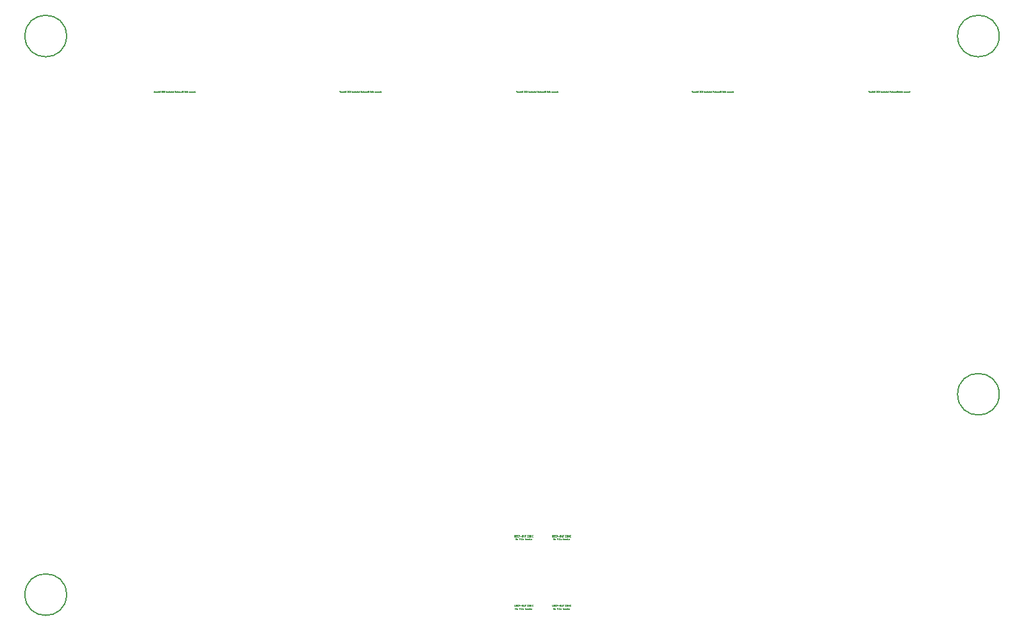
<source format=gbr>
%TF.GenerationSoftware,KiCad,Pcbnew,8.0.4*%
%TF.CreationDate,2024-08-11T03:49:41+02:00*%
%TF.ProjectId,hamodule,68616d6f-6475-46c6-952e-6b696361645f,20240807.23.8*%
%TF.SameCoordinates,Original*%
%TF.FileFunction,Other,Comment*%
%FSLAX46Y46*%
G04 Gerber Fmt 4.6, Leading zero omitted, Abs format (unit mm)*
G04 Created by KiCad (PCBNEW 8.0.4) date 2024-08-11 03:49:41*
%MOMM*%
%LPD*%
G01*
G04 APERTURE LIST*
%ADD10C,0.002000*%
%ADD11C,0.030000*%
%ADD12C,0.150000*%
G04 APERTURE END LIST*
D10*
X42045966Y72089447D02*
X42039918Y72083399D01*
X42039918Y72083399D02*
X42021776Y72077352D01*
X42021776Y72077352D02*
X42009680Y72077352D01*
X42009680Y72077352D02*
X41991537Y72083399D01*
X41991537Y72083399D02*
X41979442Y72095495D01*
X41979442Y72095495D02*
X41973395Y72107590D01*
X41973395Y72107590D02*
X41967347Y72131780D01*
X41967347Y72131780D02*
X41967347Y72149923D01*
X41967347Y72149923D02*
X41973395Y72174114D01*
X41973395Y72174114D02*
X41979442Y72186209D01*
X41979442Y72186209D02*
X41991537Y72198304D01*
X41991537Y72198304D02*
X42009680Y72204352D01*
X42009680Y72204352D02*
X42021776Y72204352D01*
X42021776Y72204352D02*
X42039918Y72198304D01*
X42039918Y72198304D02*
X42045966Y72192257D01*
X42118537Y72077352D02*
X42106442Y72083399D01*
X42106442Y72083399D02*
X42100395Y72089447D01*
X42100395Y72089447D02*
X42094347Y72101542D01*
X42094347Y72101542D02*
X42094347Y72137828D01*
X42094347Y72137828D02*
X42100395Y72149923D01*
X42100395Y72149923D02*
X42106442Y72155971D01*
X42106442Y72155971D02*
X42118537Y72162019D01*
X42118537Y72162019D02*
X42136680Y72162019D01*
X42136680Y72162019D02*
X42148776Y72155971D01*
X42148776Y72155971D02*
X42154823Y72149923D01*
X42154823Y72149923D02*
X42160871Y72137828D01*
X42160871Y72137828D02*
X42160871Y72101542D01*
X42160871Y72101542D02*
X42154823Y72089447D01*
X42154823Y72089447D02*
X42148776Y72083399D01*
X42148776Y72083399D02*
X42136680Y72077352D01*
X42136680Y72077352D02*
X42118537Y72077352D01*
X42215300Y72162019D02*
X42215300Y72035019D01*
X42215300Y72155971D02*
X42227395Y72162019D01*
X42227395Y72162019D02*
X42251585Y72162019D01*
X42251585Y72162019D02*
X42263681Y72155971D01*
X42263681Y72155971D02*
X42269728Y72149923D01*
X42269728Y72149923D02*
X42275776Y72137828D01*
X42275776Y72137828D02*
X42275776Y72101542D01*
X42275776Y72101542D02*
X42269728Y72089447D01*
X42269728Y72089447D02*
X42263681Y72083399D01*
X42263681Y72083399D02*
X42251585Y72077352D01*
X42251585Y72077352D02*
X42227395Y72077352D01*
X42227395Y72077352D02*
X42215300Y72083399D01*
X42318109Y72162019D02*
X42348347Y72077352D01*
X42378586Y72162019D02*
X42348347Y72077352D01*
X42348347Y72077352D02*
X42336252Y72047114D01*
X42336252Y72047114D02*
X42330205Y72041066D01*
X42330205Y72041066D02*
X42318109Y72035019D01*
X42426967Y72077352D02*
X42426967Y72162019D01*
X42426967Y72137828D02*
X42433014Y72149923D01*
X42433014Y72149923D02*
X42439062Y72155971D01*
X42439062Y72155971D02*
X42451157Y72162019D01*
X42451157Y72162019D02*
X42463252Y72162019D01*
X42505586Y72077352D02*
X42505586Y72162019D01*
X42505586Y72204352D02*
X42499538Y72198304D01*
X42499538Y72198304D02*
X42505586Y72192257D01*
X42505586Y72192257D02*
X42511633Y72198304D01*
X42511633Y72198304D02*
X42505586Y72204352D01*
X42505586Y72204352D02*
X42505586Y72192257D01*
X42620490Y72162019D02*
X42620490Y72059209D01*
X42620490Y72059209D02*
X42614443Y72047114D01*
X42614443Y72047114D02*
X42608395Y72041066D01*
X42608395Y72041066D02*
X42596300Y72035019D01*
X42596300Y72035019D02*
X42578157Y72035019D01*
X42578157Y72035019D02*
X42566062Y72041066D01*
X42620490Y72083399D02*
X42608395Y72077352D01*
X42608395Y72077352D02*
X42584204Y72077352D01*
X42584204Y72077352D02*
X42572109Y72083399D01*
X42572109Y72083399D02*
X42566062Y72089447D01*
X42566062Y72089447D02*
X42560014Y72101542D01*
X42560014Y72101542D02*
X42560014Y72137828D01*
X42560014Y72137828D02*
X42566062Y72149923D01*
X42566062Y72149923D02*
X42572109Y72155971D01*
X42572109Y72155971D02*
X42584204Y72162019D01*
X42584204Y72162019D02*
X42608395Y72162019D01*
X42608395Y72162019D02*
X42620490Y72155971D01*
X42680967Y72077352D02*
X42680967Y72204352D01*
X42735395Y72077352D02*
X42735395Y72143876D01*
X42735395Y72143876D02*
X42729348Y72155971D01*
X42729348Y72155971D02*
X42717252Y72162019D01*
X42717252Y72162019D02*
X42699109Y72162019D01*
X42699109Y72162019D02*
X42687014Y72155971D01*
X42687014Y72155971D02*
X42680967Y72149923D01*
X42777729Y72162019D02*
X42826110Y72162019D01*
X42795872Y72204352D02*
X42795872Y72095495D01*
X42795872Y72095495D02*
X42801919Y72083399D01*
X42801919Y72083399D02*
X42814014Y72077352D01*
X42814014Y72077352D02*
X42826110Y72077352D01*
X42959157Y72192257D02*
X42965205Y72198304D01*
X42965205Y72198304D02*
X42977300Y72204352D01*
X42977300Y72204352D02*
X43007538Y72204352D01*
X43007538Y72204352D02*
X43019633Y72198304D01*
X43019633Y72198304D02*
X43025681Y72192257D01*
X43025681Y72192257D02*
X43031728Y72180161D01*
X43031728Y72180161D02*
X43031728Y72168066D01*
X43031728Y72168066D02*
X43025681Y72149923D01*
X43025681Y72149923D02*
X42953109Y72077352D01*
X42953109Y72077352D02*
X43031728Y72077352D01*
X43110347Y72204352D02*
X43122442Y72204352D01*
X43122442Y72204352D02*
X43134538Y72198304D01*
X43134538Y72198304D02*
X43140585Y72192257D01*
X43140585Y72192257D02*
X43146633Y72180161D01*
X43146633Y72180161D02*
X43152680Y72155971D01*
X43152680Y72155971D02*
X43152680Y72125733D01*
X43152680Y72125733D02*
X43146633Y72101542D01*
X43146633Y72101542D02*
X43140585Y72089447D01*
X43140585Y72089447D02*
X43134538Y72083399D01*
X43134538Y72083399D02*
X43122442Y72077352D01*
X43122442Y72077352D02*
X43110347Y72077352D01*
X43110347Y72077352D02*
X43098252Y72083399D01*
X43098252Y72083399D02*
X43092204Y72089447D01*
X43092204Y72089447D02*
X43086157Y72101542D01*
X43086157Y72101542D02*
X43080109Y72125733D01*
X43080109Y72125733D02*
X43080109Y72155971D01*
X43080109Y72155971D02*
X43086157Y72180161D01*
X43086157Y72180161D02*
X43092204Y72192257D01*
X43092204Y72192257D02*
X43098252Y72198304D01*
X43098252Y72198304D02*
X43110347Y72204352D01*
X43201061Y72192257D02*
X43207109Y72198304D01*
X43207109Y72198304D02*
X43219204Y72204352D01*
X43219204Y72204352D02*
X43249442Y72204352D01*
X43249442Y72204352D02*
X43261537Y72198304D01*
X43261537Y72198304D02*
X43267585Y72192257D01*
X43267585Y72192257D02*
X43273632Y72180161D01*
X43273632Y72180161D02*
X43273632Y72168066D01*
X43273632Y72168066D02*
X43267585Y72149923D01*
X43267585Y72149923D02*
X43195013Y72077352D01*
X43195013Y72077352D02*
X43273632Y72077352D01*
X43394584Y72077352D02*
X43322013Y72077352D01*
X43358299Y72077352D02*
X43358299Y72204352D01*
X43358299Y72204352D02*
X43346203Y72186209D01*
X43346203Y72186209D02*
X43334108Y72174114D01*
X43334108Y72174114D02*
X43322013Y72168066D01*
X43539727Y72113638D02*
X43600203Y72113638D01*
X43527632Y72077352D02*
X43569965Y72204352D01*
X43569965Y72204352D02*
X43612298Y72077352D01*
X43709060Y72083399D02*
X43696965Y72077352D01*
X43696965Y72077352D02*
X43672774Y72077352D01*
X43672774Y72077352D02*
X43660679Y72083399D01*
X43660679Y72083399D02*
X43654632Y72089447D01*
X43654632Y72089447D02*
X43648584Y72101542D01*
X43648584Y72101542D02*
X43648584Y72137828D01*
X43648584Y72137828D02*
X43654632Y72149923D01*
X43654632Y72149923D02*
X43660679Y72155971D01*
X43660679Y72155971D02*
X43672774Y72162019D01*
X43672774Y72162019D02*
X43696965Y72162019D01*
X43696965Y72162019D02*
X43709060Y72155971D01*
X43817917Y72083399D02*
X43805822Y72077352D01*
X43805822Y72077352D02*
X43781631Y72077352D01*
X43781631Y72077352D02*
X43769536Y72083399D01*
X43769536Y72083399D02*
X43763489Y72089447D01*
X43763489Y72089447D02*
X43757441Y72101542D01*
X43757441Y72101542D02*
X43757441Y72137828D01*
X43757441Y72137828D02*
X43763489Y72149923D01*
X43763489Y72149923D02*
X43769536Y72155971D01*
X43769536Y72155971D02*
X43781631Y72162019D01*
X43781631Y72162019D02*
X43805822Y72162019D01*
X43805822Y72162019D02*
X43817917Y72155971D01*
X43920727Y72083399D02*
X43908631Y72077352D01*
X43908631Y72077352D02*
X43884441Y72077352D01*
X43884441Y72077352D02*
X43872346Y72083399D01*
X43872346Y72083399D02*
X43866298Y72095495D01*
X43866298Y72095495D02*
X43866298Y72143876D01*
X43866298Y72143876D02*
X43872346Y72155971D01*
X43872346Y72155971D02*
X43884441Y72162019D01*
X43884441Y72162019D02*
X43908631Y72162019D01*
X43908631Y72162019D02*
X43920727Y72155971D01*
X43920727Y72155971D02*
X43926774Y72143876D01*
X43926774Y72143876D02*
X43926774Y72131780D01*
X43926774Y72131780D02*
X43866298Y72119685D01*
X43999345Y72077352D02*
X43987250Y72083399D01*
X43987250Y72083399D02*
X43981203Y72095495D01*
X43981203Y72095495D02*
X43981203Y72204352D01*
X44096108Y72083399D02*
X44084012Y72077352D01*
X44084012Y72077352D02*
X44059822Y72077352D01*
X44059822Y72077352D02*
X44047727Y72083399D01*
X44047727Y72083399D02*
X44041679Y72095495D01*
X44041679Y72095495D02*
X44041679Y72143876D01*
X44041679Y72143876D02*
X44047727Y72155971D01*
X44047727Y72155971D02*
X44059822Y72162019D01*
X44059822Y72162019D02*
X44084012Y72162019D01*
X44084012Y72162019D02*
X44096108Y72155971D01*
X44096108Y72155971D02*
X44102155Y72143876D01*
X44102155Y72143876D02*
X44102155Y72131780D01*
X44102155Y72131780D02*
X44041679Y72119685D01*
X44156584Y72077352D02*
X44156584Y72162019D01*
X44156584Y72137828D02*
X44162631Y72149923D01*
X44162631Y72149923D02*
X44168679Y72155971D01*
X44168679Y72155971D02*
X44180774Y72162019D01*
X44180774Y72162019D02*
X44192869Y72162019D01*
X44289631Y72077352D02*
X44289631Y72143876D01*
X44289631Y72143876D02*
X44283584Y72155971D01*
X44283584Y72155971D02*
X44271488Y72162019D01*
X44271488Y72162019D02*
X44247298Y72162019D01*
X44247298Y72162019D02*
X44235203Y72155971D01*
X44289631Y72083399D02*
X44277536Y72077352D01*
X44277536Y72077352D02*
X44247298Y72077352D01*
X44247298Y72077352D02*
X44235203Y72083399D01*
X44235203Y72083399D02*
X44229155Y72095495D01*
X44229155Y72095495D02*
X44229155Y72107590D01*
X44229155Y72107590D02*
X44235203Y72119685D01*
X44235203Y72119685D02*
X44247298Y72125733D01*
X44247298Y72125733D02*
X44277536Y72125733D01*
X44277536Y72125733D02*
X44289631Y72131780D01*
X44331965Y72162019D02*
X44380346Y72162019D01*
X44350108Y72204352D02*
X44350108Y72095495D01*
X44350108Y72095495D02*
X44356155Y72083399D01*
X44356155Y72083399D02*
X44368250Y72077352D01*
X44368250Y72077352D02*
X44380346Y72077352D01*
X44471060Y72083399D02*
X44458964Y72077352D01*
X44458964Y72077352D02*
X44434774Y72077352D01*
X44434774Y72077352D02*
X44422679Y72083399D01*
X44422679Y72083399D02*
X44416631Y72095495D01*
X44416631Y72095495D02*
X44416631Y72143876D01*
X44416631Y72143876D02*
X44422679Y72155971D01*
X44422679Y72155971D02*
X44434774Y72162019D01*
X44434774Y72162019D02*
X44458964Y72162019D01*
X44458964Y72162019D02*
X44471060Y72155971D01*
X44471060Y72155971D02*
X44477107Y72143876D01*
X44477107Y72143876D02*
X44477107Y72131780D01*
X44477107Y72131780D02*
X44416631Y72119685D01*
X44585964Y72077352D02*
X44585964Y72204352D01*
X44585964Y72083399D02*
X44573869Y72077352D01*
X44573869Y72077352D02*
X44549678Y72077352D01*
X44549678Y72077352D02*
X44537583Y72083399D01*
X44537583Y72083399D02*
X44531536Y72089447D01*
X44531536Y72089447D02*
X44525488Y72101542D01*
X44525488Y72101542D02*
X44525488Y72137828D01*
X44525488Y72137828D02*
X44531536Y72149923D01*
X44531536Y72149923D02*
X44537583Y72155971D01*
X44537583Y72155971D02*
X44549678Y72162019D01*
X44549678Y72162019D02*
X44573869Y72162019D01*
X44573869Y72162019D02*
X44585964Y72155971D01*
X44743203Y72077352D02*
X44743203Y72204352D01*
X44743203Y72204352D02*
X44773441Y72204352D01*
X44773441Y72204352D02*
X44791584Y72198304D01*
X44791584Y72198304D02*
X44803679Y72186209D01*
X44803679Y72186209D02*
X44809726Y72174114D01*
X44809726Y72174114D02*
X44815774Y72149923D01*
X44815774Y72149923D02*
X44815774Y72131780D01*
X44815774Y72131780D02*
X44809726Y72107590D01*
X44809726Y72107590D02*
X44803679Y72095495D01*
X44803679Y72095495D02*
X44791584Y72083399D01*
X44791584Y72083399D02*
X44773441Y72077352D01*
X44773441Y72077352D02*
X44743203Y72077352D01*
X44918584Y72083399D02*
X44906488Y72077352D01*
X44906488Y72077352D02*
X44882298Y72077352D01*
X44882298Y72077352D02*
X44870203Y72083399D01*
X44870203Y72083399D02*
X44864155Y72095495D01*
X44864155Y72095495D02*
X44864155Y72143876D01*
X44864155Y72143876D02*
X44870203Y72155971D01*
X44870203Y72155971D02*
X44882298Y72162019D01*
X44882298Y72162019D02*
X44906488Y72162019D01*
X44906488Y72162019D02*
X44918584Y72155971D01*
X44918584Y72155971D02*
X44924631Y72143876D01*
X44924631Y72143876D02*
X44924631Y72131780D01*
X44924631Y72131780D02*
X44864155Y72119685D01*
X44973012Y72083399D02*
X44985107Y72077352D01*
X44985107Y72077352D02*
X45009298Y72077352D01*
X45009298Y72077352D02*
X45021393Y72083399D01*
X45021393Y72083399D02*
X45027441Y72095495D01*
X45027441Y72095495D02*
X45027441Y72101542D01*
X45027441Y72101542D02*
X45021393Y72113638D01*
X45021393Y72113638D02*
X45009298Y72119685D01*
X45009298Y72119685D02*
X44991155Y72119685D01*
X44991155Y72119685D02*
X44979060Y72125733D01*
X44979060Y72125733D02*
X44973012Y72137828D01*
X44973012Y72137828D02*
X44973012Y72143876D01*
X44973012Y72143876D02*
X44979060Y72155971D01*
X44979060Y72155971D02*
X44991155Y72162019D01*
X44991155Y72162019D02*
X45009298Y72162019D01*
X45009298Y72162019D02*
X45021393Y72155971D01*
X45081870Y72077352D02*
X45081870Y72162019D01*
X45081870Y72204352D02*
X45075822Y72198304D01*
X45075822Y72198304D02*
X45081870Y72192257D01*
X45081870Y72192257D02*
X45087917Y72198304D01*
X45087917Y72198304D02*
X45081870Y72204352D01*
X45081870Y72204352D02*
X45081870Y72192257D01*
X45196774Y72162019D02*
X45196774Y72059209D01*
X45196774Y72059209D02*
X45190727Y72047114D01*
X45190727Y72047114D02*
X45184679Y72041066D01*
X45184679Y72041066D02*
X45172584Y72035019D01*
X45172584Y72035019D02*
X45154441Y72035019D01*
X45154441Y72035019D02*
X45142346Y72041066D01*
X45196774Y72083399D02*
X45184679Y72077352D01*
X45184679Y72077352D02*
X45160488Y72077352D01*
X45160488Y72077352D02*
X45148393Y72083399D01*
X45148393Y72083399D02*
X45142346Y72089447D01*
X45142346Y72089447D02*
X45136298Y72101542D01*
X45136298Y72101542D02*
X45136298Y72137828D01*
X45136298Y72137828D02*
X45142346Y72149923D01*
X45142346Y72149923D02*
X45148393Y72155971D01*
X45148393Y72155971D02*
X45160488Y72162019D01*
X45160488Y72162019D02*
X45184679Y72162019D01*
X45184679Y72162019D02*
X45196774Y72155971D01*
X45257251Y72162019D02*
X45257251Y72077352D01*
X45257251Y72149923D02*
X45263298Y72155971D01*
X45263298Y72155971D02*
X45275393Y72162019D01*
X45275393Y72162019D02*
X45293536Y72162019D01*
X45293536Y72162019D02*
X45305632Y72155971D01*
X45305632Y72155971D02*
X45311679Y72143876D01*
X45311679Y72143876D02*
X45311679Y72077352D01*
X45366108Y72083399D02*
X45378203Y72077352D01*
X45378203Y72077352D02*
X45402394Y72077352D01*
X45402394Y72077352D02*
X45414489Y72083399D01*
X45414489Y72083399D02*
X45420537Y72095495D01*
X45420537Y72095495D02*
X45420537Y72101542D01*
X45420537Y72101542D02*
X45414489Y72113638D01*
X45414489Y72113638D02*
X45402394Y72119685D01*
X45402394Y72119685D02*
X45384251Y72119685D01*
X45384251Y72119685D02*
X45372156Y72125733D01*
X45372156Y72125733D02*
X45366108Y72137828D01*
X45366108Y72137828D02*
X45366108Y72143876D01*
X45366108Y72143876D02*
X45372156Y72155971D01*
X45372156Y72155971D02*
X45384251Y72162019D01*
X45384251Y72162019D02*
X45402394Y72162019D01*
X45402394Y72162019D02*
X45414489Y72155971D01*
X45474966Y72089447D02*
X45481013Y72083399D01*
X45481013Y72083399D02*
X45474966Y72077352D01*
X45474966Y72077352D02*
X45468918Y72083399D01*
X45468918Y72083399D02*
X45474966Y72089447D01*
X45474966Y72089447D02*
X45474966Y72077352D01*
X45626156Y72113638D02*
X45686632Y72113638D01*
X45614061Y72077352D02*
X45656394Y72204352D01*
X45656394Y72204352D02*
X45698727Y72077352D01*
X45759203Y72077352D02*
X45747108Y72083399D01*
X45747108Y72083399D02*
X45741061Y72095495D01*
X45741061Y72095495D02*
X45741061Y72204352D01*
X45825727Y72077352D02*
X45813632Y72083399D01*
X45813632Y72083399D02*
X45807585Y72095495D01*
X45807585Y72095495D02*
X45807585Y72204352D01*
X45970871Y72077352D02*
X45970871Y72162019D01*
X45970871Y72137828D02*
X45976918Y72149923D01*
X45976918Y72149923D02*
X45982966Y72155971D01*
X45982966Y72155971D02*
X45995061Y72162019D01*
X45995061Y72162019D02*
X46007156Y72162019D01*
X46049490Y72077352D02*
X46049490Y72162019D01*
X46049490Y72204352D02*
X46043442Y72198304D01*
X46043442Y72198304D02*
X46049490Y72192257D01*
X46049490Y72192257D02*
X46055537Y72198304D01*
X46055537Y72198304D02*
X46049490Y72204352D01*
X46049490Y72204352D02*
X46049490Y72192257D01*
X46164394Y72162019D02*
X46164394Y72059209D01*
X46164394Y72059209D02*
X46158347Y72047114D01*
X46158347Y72047114D02*
X46152299Y72041066D01*
X46152299Y72041066D02*
X46140204Y72035019D01*
X46140204Y72035019D02*
X46122061Y72035019D01*
X46122061Y72035019D02*
X46109966Y72041066D01*
X46164394Y72083399D02*
X46152299Y72077352D01*
X46152299Y72077352D02*
X46128108Y72077352D01*
X46128108Y72077352D02*
X46116013Y72083399D01*
X46116013Y72083399D02*
X46109966Y72089447D01*
X46109966Y72089447D02*
X46103918Y72101542D01*
X46103918Y72101542D02*
X46103918Y72137828D01*
X46103918Y72137828D02*
X46109966Y72149923D01*
X46109966Y72149923D02*
X46116013Y72155971D01*
X46116013Y72155971D02*
X46128108Y72162019D01*
X46128108Y72162019D02*
X46152299Y72162019D01*
X46152299Y72162019D02*
X46164394Y72155971D01*
X46224871Y72077352D02*
X46224871Y72204352D01*
X46279299Y72077352D02*
X46279299Y72143876D01*
X46279299Y72143876D02*
X46273252Y72155971D01*
X46273252Y72155971D02*
X46261156Y72162019D01*
X46261156Y72162019D02*
X46243013Y72162019D01*
X46243013Y72162019D02*
X46230918Y72155971D01*
X46230918Y72155971D02*
X46224871Y72149923D01*
X46321633Y72162019D02*
X46370014Y72162019D01*
X46339776Y72204352D02*
X46339776Y72095495D01*
X46339776Y72095495D02*
X46345823Y72083399D01*
X46345823Y72083399D02*
X46357918Y72077352D01*
X46357918Y72077352D02*
X46370014Y72077352D01*
X46406299Y72083399D02*
X46418394Y72077352D01*
X46418394Y72077352D02*
X46442585Y72077352D01*
X46442585Y72077352D02*
X46454680Y72083399D01*
X46454680Y72083399D02*
X46460728Y72095495D01*
X46460728Y72095495D02*
X46460728Y72101542D01*
X46460728Y72101542D02*
X46454680Y72113638D01*
X46454680Y72113638D02*
X46442585Y72119685D01*
X46442585Y72119685D02*
X46424442Y72119685D01*
X46424442Y72119685D02*
X46412347Y72125733D01*
X46412347Y72125733D02*
X46406299Y72137828D01*
X46406299Y72137828D02*
X46406299Y72143876D01*
X46406299Y72143876D02*
X46412347Y72155971D01*
X46412347Y72155971D02*
X46424442Y72162019D01*
X46424442Y72162019D02*
X46442585Y72162019D01*
X46442585Y72162019D02*
X46454680Y72155971D01*
X46611919Y72077352D02*
X46611919Y72162019D01*
X46611919Y72137828D02*
X46617966Y72149923D01*
X46617966Y72149923D02*
X46624014Y72155971D01*
X46624014Y72155971D02*
X46636109Y72162019D01*
X46636109Y72162019D02*
X46648204Y72162019D01*
X46738919Y72083399D02*
X46726823Y72077352D01*
X46726823Y72077352D02*
X46702633Y72077352D01*
X46702633Y72077352D02*
X46690538Y72083399D01*
X46690538Y72083399D02*
X46684490Y72095495D01*
X46684490Y72095495D02*
X46684490Y72143876D01*
X46684490Y72143876D02*
X46690538Y72155971D01*
X46690538Y72155971D02*
X46702633Y72162019D01*
X46702633Y72162019D02*
X46726823Y72162019D01*
X46726823Y72162019D02*
X46738919Y72155971D01*
X46738919Y72155971D02*
X46744966Y72143876D01*
X46744966Y72143876D02*
X46744966Y72131780D01*
X46744966Y72131780D02*
X46684490Y72119685D01*
X46793347Y72083399D02*
X46805442Y72077352D01*
X46805442Y72077352D02*
X46829633Y72077352D01*
X46829633Y72077352D02*
X46841728Y72083399D01*
X46841728Y72083399D02*
X46847776Y72095495D01*
X46847776Y72095495D02*
X46847776Y72101542D01*
X46847776Y72101542D02*
X46841728Y72113638D01*
X46841728Y72113638D02*
X46829633Y72119685D01*
X46829633Y72119685D02*
X46811490Y72119685D01*
X46811490Y72119685D02*
X46799395Y72125733D01*
X46799395Y72125733D02*
X46793347Y72137828D01*
X46793347Y72137828D02*
X46793347Y72143876D01*
X46793347Y72143876D02*
X46799395Y72155971D01*
X46799395Y72155971D02*
X46811490Y72162019D01*
X46811490Y72162019D02*
X46829633Y72162019D01*
X46829633Y72162019D02*
X46841728Y72155971D01*
X46950586Y72083399D02*
X46938490Y72077352D01*
X46938490Y72077352D02*
X46914300Y72077352D01*
X46914300Y72077352D02*
X46902205Y72083399D01*
X46902205Y72083399D02*
X46896157Y72095495D01*
X46896157Y72095495D02*
X46896157Y72143876D01*
X46896157Y72143876D02*
X46902205Y72155971D01*
X46902205Y72155971D02*
X46914300Y72162019D01*
X46914300Y72162019D02*
X46938490Y72162019D01*
X46938490Y72162019D02*
X46950586Y72155971D01*
X46950586Y72155971D02*
X46956633Y72143876D01*
X46956633Y72143876D02*
X46956633Y72131780D01*
X46956633Y72131780D02*
X46896157Y72119685D01*
X47011062Y72077352D02*
X47011062Y72162019D01*
X47011062Y72137828D02*
X47017109Y72149923D01*
X47017109Y72149923D02*
X47023157Y72155971D01*
X47023157Y72155971D02*
X47035252Y72162019D01*
X47035252Y72162019D02*
X47047347Y72162019D01*
X47077585Y72162019D02*
X47107823Y72077352D01*
X47107823Y72077352D02*
X47138062Y72162019D01*
X47234824Y72083399D02*
X47222728Y72077352D01*
X47222728Y72077352D02*
X47198538Y72077352D01*
X47198538Y72077352D02*
X47186443Y72083399D01*
X47186443Y72083399D02*
X47180395Y72095495D01*
X47180395Y72095495D02*
X47180395Y72143876D01*
X47180395Y72143876D02*
X47186443Y72155971D01*
X47186443Y72155971D02*
X47198538Y72162019D01*
X47198538Y72162019D02*
X47222728Y72162019D01*
X47222728Y72162019D02*
X47234824Y72155971D01*
X47234824Y72155971D02*
X47240871Y72143876D01*
X47240871Y72143876D02*
X47240871Y72131780D01*
X47240871Y72131780D02*
X47180395Y72119685D01*
X47349728Y72077352D02*
X47349728Y72204352D01*
X47349728Y72083399D02*
X47337633Y72077352D01*
X47337633Y72077352D02*
X47313442Y72077352D01*
X47313442Y72077352D02*
X47301347Y72083399D01*
X47301347Y72083399D02*
X47295300Y72089447D01*
X47295300Y72089447D02*
X47289252Y72101542D01*
X47289252Y72101542D02*
X47289252Y72137828D01*
X47289252Y72137828D02*
X47295300Y72149923D01*
X47295300Y72149923D02*
X47301347Y72155971D01*
X47301347Y72155971D02*
X47313442Y72162019D01*
X47313442Y72162019D02*
X47337633Y72162019D01*
X47337633Y72162019D02*
X47349728Y72155971D01*
X47410205Y72089447D02*
X47416252Y72083399D01*
X47416252Y72083399D02*
X47410205Y72077352D01*
X47410205Y72077352D02*
X47404157Y72083399D01*
X47404157Y72083399D02*
X47410205Y72089447D01*
X47410205Y72089447D02*
X47410205Y72077352D01*
X17498166Y72065848D02*
X17492118Y72059800D01*
X17492118Y72059800D02*
X17473976Y72053753D01*
X17473976Y72053753D02*
X17461880Y72053753D01*
X17461880Y72053753D02*
X17443737Y72059800D01*
X17443737Y72059800D02*
X17431642Y72071896D01*
X17431642Y72071896D02*
X17425595Y72083991D01*
X17425595Y72083991D02*
X17419547Y72108181D01*
X17419547Y72108181D02*
X17419547Y72126324D01*
X17419547Y72126324D02*
X17425595Y72150515D01*
X17425595Y72150515D02*
X17431642Y72162610D01*
X17431642Y72162610D02*
X17443737Y72174705D01*
X17443737Y72174705D02*
X17461880Y72180753D01*
X17461880Y72180753D02*
X17473976Y72180753D01*
X17473976Y72180753D02*
X17492118Y72174705D01*
X17492118Y72174705D02*
X17498166Y72168658D01*
X17570737Y72053753D02*
X17558642Y72059800D01*
X17558642Y72059800D02*
X17552595Y72065848D01*
X17552595Y72065848D02*
X17546547Y72077943D01*
X17546547Y72077943D02*
X17546547Y72114229D01*
X17546547Y72114229D02*
X17552595Y72126324D01*
X17552595Y72126324D02*
X17558642Y72132372D01*
X17558642Y72132372D02*
X17570737Y72138420D01*
X17570737Y72138420D02*
X17588880Y72138420D01*
X17588880Y72138420D02*
X17600976Y72132372D01*
X17600976Y72132372D02*
X17607023Y72126324D01*
X17607023Y72126324D02*
X17613071Y72114229D01*
X17613071Y72114229D02*
X17613071Y72077943D01*
X17613071Y72077943D02*
X17607023Y72065848D01*
X17607023Y72065848D02*
X17600976Y72059800D01*
X17600976Y72059800D02*
X17588880Y72053753D01*
X17588880Y72053753D02*
X17570737Y72053753D01*
X17667500Y72138420D02*
X17667500Y72011420D01*
X17667500Y72132372D02*
X17679595Y72138420D01*
X17679595Y72138420D02*
X17703785Y72138420D01*
X17703785Y72138420D02*
X17715881Y72132372D01*
X17715881Y72132372D02*
X17721928Y72126324D01*
X17721928Y72126324D02*
X17727976Y72114229D01*
X17727976Y72114229D02*
X17727976Y72077943D01*
X17727976Y72077943D02*
X17721928Y72065848D01*
X17721928Y72065848D02*
X17715881Y72059800D01*
X17715881Y72059800D02*
X17703785Y72053753D01*
X17703785Y72053753D02*
X17679595Y72053753D01*
X17679595Y72053753D02*
X17667500Y72059800D01*
X17770309Y72138420D02*
X17800547Y72053753D01*
X17830786Y72138420D02*
X17800547Y72053753D01*
X17800547Y72053753D02*
X17788452Y72023515D01*
X17788452Y72023515D02*
X17782405Y72017467D01*
X17782405Y72017467D02*
X17770309Y72011420D01*
X17879167Y72053753D02*
X17879167Y72138420D01*
X17879167Y72114229D02*
X17885214Y72126324D01*
X17885214Y72126324D02*
X17891262Y72132372D01*
X17891262Y72132372D02*
X17903357Y72138420D01*
X17903357Y72138420D02*
X17915452Y72138420D01*
X17957786Y72053753D02*
X17957786Y72138420D01*
X17957786Y72180753D02*
X17951738Y72174705D01*
X17951738Y72174705D02*
X17957786Y72168658D01*
X17957786Y72168658D02*
X17963833Y72174705D01*
X17963833Y72174705D02*
X17957786Y72180753D01*
X17957786Y72180753D02*
X17957786Y72168658D01*
X18072690Y72138420D02*
X18072690Y72035610D01*
X18072690Y72035610D02*
X18066643Y72023515D01*
X18066643Y72023515D02*
X18060595Y72017467D01*
X18060595Y72017467D02*
X18048500Y72011420D01*
X18048500Y72011420D02*
X18030357Y72011420D01*
X18030357Y72011420D02*
X18018262Y72017467D01*
X18072690Y72059800D02*
X18060595Y72053753D01*
X18060595Y72053753D02*
X18036404Y72053753D01*
X18036404Y72053753D02*
X18024309Y72059800D01*
X18024309Y72059800D02*
X18018262Y72065848D01*
X18018262Y72065848D02*
X18012214Y72077943D01*
X18012214Y72077943D02*
X18012214Y72114229D01*
X18012214Y72114229D02*
X18018262Y72126324D01*
X18018262Y72126324D02*
X18024309Y72132372D01*
X18024309Y72132372D02*
X18036404Y72138420D01*
X18036404Y72138420D02*
X18060595Y72138420D01*
X18060595Y72138420D02*
X18072690Y72132372D01*
X18133167Y72053753D02*
X18133167Y72180753D01*
X18187595Y72053753D02*
X18187595Y72120277D01*
X18187595Y72120277D02*
X18181548Y72132372D01*
X18181548Y72132372D02*
X18169452Y72138420D01*
X18169452Y72138420D02*
X18151309Y72138420D01*
X18151309Y72138420D02*
X18139214Y72132372D01*
X18139214Y72132372D02*
X18133167Y72126324D01*
X18229929Y72138420D02*
X18278310Y72138420D01*
X18248072Y72180753D02*
X18248072Y72071896D01*
X18248072Y72071896D02*
X18254119Y72059800D01*
X18254119Y72059800D02*
X18266214Y72053753D01*
X18266214Y72053753D02*
X18278310Y72053753D01*
X18411357Y72168658D02*
X18417405Y72174705D01*
X18417405Y72174705D02*
X18429500Y72180753D01*
X18429500Y72180753D02*
X18459738Y72180753D01*
X18459738Y72180753D02*
X18471833Y72174705D01*
X18471833Y72174705D02*
X18477881Y72168658D01*
X18477881Y72168658D02*
X18483928Y72156562D01*
X18483928Y72156562D02*
X18483928Y72144467D01*
X18483928Y72144467D02*
X18477881Y72126324D01*
X18477881Y72126324D02*
X18405309Y72053753D01*
X18405309Y72053753D02*
X18483928Y72053753D01*
X18562547Y72180753D02*
X18574642Y72180753D01*
X18574642Y72180753D02*
X18586738Y72174705D01*
X18586738Y72174705D02*
X18592785Y72168658D01*
X18592785Y72168658D02*
X18598833Y72156562D01*
X18598833Y72156562D02*
X18604880Y72132372D01*
X18604880Y72132372D02*
X18604880Y72102134D01*
X18604880Y72102134D02*
X18598833Y72077943D01*
X18598833Y72077943D02*
X18592785Y72065848D01*
X18592785Y72065848D02*
X18586738Y72059800D01*
X18586738Y72059800D02*
X18574642Y72053753D01*
X18574642Y72053753D02*
X18562547Y72053753D01*
X18562547Y72053753D02*
X18550452Y72059800D01*
X18550452Y72059800D02*
X18544404Y72065848D01*
X18544404Y72065848D02*
X18538357Y72077943D01*
X18538357Y72077943D02*
X18532309Y72102134D01*
X18532309Y72102134D02*
X18532309Y72132372D01*
X18532309Y72132372D02*
X18538357Y72156562D01*
X18538357Y72156562D02*
X18544404Y72168658D01*
X18544404Y72168658D02*
X18550452Y72174705D01*
X18550452Y72174705D02*
X18562547Y72180753D01*
X18653261Y72168658D02*
X18659309Y72174705D01*
X18659309Y72174705D02*
X18671404Y72180753D01*
X18671404Y72180753D02*
X18701642Y72180753D01*
X18701642Y72180753D02*
X18713737Y72174705D01*
X18713737Y72174705D02*
X18719785Y72168658D01*
X18719785Y72168658D02*
X18725832Y72156562D01*
X18725832Y72156562D02*
X18725832Y72144467D01*
X18725832Y72144467D02*
X18719785Y72126324D01*
X18719785Y72126324D02*
X18647213Y72053753D01*
X18647213Y72053753D02*
X18725832Y72053753D01*
X18846784Y72053753D02*
X18774213Y72053753D01*
X18810499Y72053753D02*
X18810499Y72180753D01*
X18810499Y72180753D02*
X18798403Y72162610D01*
X18798403Y72162610D02*
X18786308Y72150515D01*
X18786308Y72150515D02*
X18774213Y72144467D01*
X18991927Y72090039D02*
X19052403Y72090039D01*
X18979832Y72053753D02*
X19022165Y72180753D01*
X19022165Y72180753D02*
X19064498Y72053753D01*
X19161260Y72059800D02*
X19149165Y72053753D01*
X19149165Y72053753D02*
X19124974Y72053753D01*
X19124974Y72053753D02*
X19112879Y72059800D01*
X19112879Y72059800D02*
X19106832Y72065848D01*
X19106832Y72065848D02*
X19100784Y72077943D01*
X19100784Y72077943D02*
X19100784Y72114229D01*
X19100784Y72114229D02*
X19106832Y72126324D01*
X19106832Y72126324D02*
X19112879Y72132372D01*
X19112879Y72132372D02*
X19124974Y72138420D01*
X19124974Y72138420D02*
X19149165Y72138420D01*
X19149165Y72138420D02*
X19161260Y72132372D01*
X19270117Y72059800D02*
X19258022Y72053753D01*
X19258022Y72053753D02*
X19233831Y72053753D01*
X19233831Y72053753D02*
X19221736Y72059800D01*
X19221736Y72059800D02*
X19215689Y72065848D01*
X19215689Y72065848D02*
X19209641Y72077943D01*
X19209641Y72077943D02*
X19209641Y72114229D01*
X19209641Y72114229D02*
X19215689Y72126324D01*
X19215689Y72126324D02*
X19221736Y72132372D01*
X19221736Y72132372D02*
X19233831Y72138420D01*
X19233831Y72138420D02*
X19258022Y72138420D01*
X19258022Y72138420D02*
X19270117Y72132372D01*
X19372927Y72059800D02*
X19360831Y72053753D01*
X19360831Y72053753D02*
X19336641Y72053753D01*
X19336641Y72053753D02*
X19324546Y72059800D01*
X19324546Y72059800D02*
X19318498Y72071896D01*
X19318498Y72071896D02*
X19318498Y72120277D01*
X19318498Y72120277D02*
X19324546Y72132372D01*
X19324546Y72132372D02*
X19336641Y72138420D01*
X19336641Y72138420D02*
X19360831Y72138420D01*
X19360831Y72138420D02*
X19372927Y72132372D01*
X19372927Y72132372D02*
X19378974Y72120277D01*
X19378974Y72120277D02*
X19378974Y72108181D01*
X19378974Y72108181D02*
X19318498Y72096086D01*
X19451545Y72053753D02*
X19439450Y72059800D01*
X19439450Y72059800D02*
X19433403Y72071896D01*
X19433403Y72071896D02*
X19433403Y72180753D01*
X19548308Y72059800D02*
X19536212Y72053753D01*
X19536212Y72053753D02*
X19512022Y72053753D01*
X19512022Y72053753D02*
X19499927Y72059800D01*
X19499927Y72059800D02*
X19493879Y72071896D01*
X19493879Y72071896D02*
X19493879Y72120277D01*
X19493879Y72120277D02*
X19499927Y72132372D01*
X19499927Y72132372D02*
X19512022Y72138420D01*
X19512022Y72138420D02*
X19536212Y72138420D01*
X19536212Y72138420D02*
X19548308Y72132372D01*
X19548308Y72132372D02*
X19554355Y72120277D01*
X19554355Y72120277D02*
X19554355Y72108181D01*
X19554355Y72108181D02*
X19493879Y72096086D01*
X19608784Y72053753D02*
X19608784Y72138420D01*
X19608784Y72114229D02*
X19614831Y72126324D01*
X19614831Y72126324D02*
X19620879Y72132372D01*
X19620879Y72132372D02*
X19632974Y72138420D01*
X19632974Y72138420D02*
X19645069Y72138420D01*
X19741831Y72053753D02*
X19741831Y72120277D01*
X19741831Y72120277D02*
X19735784Y72132372D01*
X19735784Y72132372D02*
X19723688Y72138420D01*
X19723688Y72138420D02*
X19699498Y72138420D01*
X19699498Y72138420D02*
X19687403Y72132372D01*
X19741831Y72059800D02*
X19729736Y72053753D01*
X19729736Y72053753D02*
X19699498Y72053753D01*
X19699498Y72053753D02*
X19687403Y72059800D01*
X19687403Y72059800D02*
X19681355Y72071896D01*
X19681355Y72071896D02*
X19681355Y72083991D01*
X19681355Y72083991D02*
X19687403Y72096086D01*
X19687403Y72096086D02*
X19699498Y72102134D01*
X19699498Y72102134D02*
X19729736Y72102134D01*
X19729736Y72102134D02*
X19741831Y72108181D01*
X19784165Y72138420D02*
X19832546Y72138420D01*
X19802308Y72180753D02*
X19802308Y72071896D01*
X19802308Y72071896D02*
X19808355Y72059800D01*
X19808355Y72059800D02*
X19820450Y72053753D01*
X19820450Y72053753D02*
X19832546Y72053753D01*
X19923260Y72059800D02*
X19911164Y72053753D01*
X19911164Y72053753D02*
X19886974Y72053753D01*
X19886974Y72053753D02*
X19874879Y72059800D01*
X19874879Y72059800D02*
X19868831Y72071896D01*
X19868831Y72071896D02*
X19868831Y72120277D01*
X19868831Y72120277D02*
X19874879Y72132372D01*
X19874879Y72132372D02*
X19886974Y72138420D01*
X19886974Y72138420D02*
X19911164Y72138420D01*
X19911164Y72138420D02*
X19923260Y72132372D01*
X19923260Y72132372D02*
X19929307Y72120277D01*
X19929307Y72120277D02*
X19929307Y72108181D01*
X19929307Y72108181D02*
X19868831Y72096086D01*
X20038164Y72053753D02*
X20038164Y72180753D01*
X20038164Y72059800D02*
X20026069Y72053753D01*
X20026069Y72053753D02*
X20001878Y72053753D01*
X20001878Y72053753D02*
X19989783Y72059800D01*
X19989783Y72059800D02*
X19983736Y72065848D01*
X19983736Y72065848D02*
X19977688Y72077943D01*
X19977688Y72077943D02*
X19977688Y72114229D01*
X19977688Y72114229D02*
X19983736Y72126324D01*
X19983736Y72126324D02*
X19989783Y72132372D01*
X19989783Y72132372D02*
X20001878Y72138420D01*
X20001878Y72138420D02*
X20026069Y72138420D01*
X20026069Y72138420D02*
X20038164Y72132372D01*
X20195403Y72053753D02*
X20195403Y72180753D01*
X20195403Y72180753D02*
X20225641Y72180753D01*
X20225641Y72180753D02*
X20243784Y72174705D01*
X20243784Y72174705D02*
X20255879Y72162610D01*
X20255879Y72162610D02*
X20261926Y72150515D01*
X20261926Y72150515D02*
X20267974Y72126324D01*
X20267974Y72126324D02*
X20267974Y72108181D01*
X20267974Y72108181D02*
X20261926Y72083991D01*
X20261926Y72083991D02*
X20255879Y72071896D01*
X20255879Y72071896D02*
X20243784Y72059800D01*
X20243784Y72059800D02*
X20225641Y72053753D01*
X20225641Y72053753D02*
X20195403Y72053753D01*
X20370784Y72059800D02*
X20358688Y72053753D01*
X20358688Y72053753D02*
X20334498Y72053753D01*
X20334498Y72053753D02*
X20322403Y72059800D01*
X20322403Y72059800D02*
X20316355Y72071896D01*
X20316355Y72071896D02*
X20316355Y72120277D01*
X20316355Y72120277D02*
X20322403Y72132372D01*
X20322403Y72132372D02*
X20334498Y72138420D01*
X20334498Y72138420D02*
X20358688Y72138420D01*
X20358688Y72138420D02*
X20370784Y72132372D01*
X20370784Y72132372D02*
X20376831Y72120277D01*
X20376831Y72120277D02*
X20376831Y72108181D01*
X20376831Y72108181D02*
X20316355Y72096086D01*
X20425212Y72059800D02*
X20437307Y72053753D01*
X20437307Y72053753D02*
X20461498Y72053753D01*
X20461498Y72053753D02*
X20473593Y72059800D01*
X20473593Y72059800D02*
X20479641Y72071896D01*
X20479641Y72071896D02*
X20479641Y72077943D01*
X20479641Y72077943D02*
X20473593Y72090039D01*
X20473593Y72090039D02*
X20461498Y72096086D01*
X20461498Y72096086D02*
X20443355Y72096086D01*
X20443355Y72096086D02*
X20431260Y72102134D01*
X20431260Y72102134D02*
X20425212Y72114229D01*
X20425212Y72114229D02*
X20425212Y72120277D01*
X20425212Y72120277D02*
X20431260Y72132372D01*
X20431260Y72132372D02*
X20443355Y72138420D01*
X20443355Y72138420D02*
X20461498Y72138420D01*
X20461498Y72138420D02*
X20473593Y72132372D01*
X20534070Y72053753D02*
X20534070Y72138420D01*
X20534070Y72180753D02*
X20528022Y72174705D01*
X20528022Y72174705D02*
X20534070Y72168658D01*
X20534070Y72168658D02*
X20540117Y72174705D01*
X20540117Y72174705D02*
X20534070Y72180753D01*
X20534070Y72180753D02*
X20534070Y72168658D01*
X20648974Y72138420D02*
X20648974Y72035610D01*
X20648974Y72035610D02*
X20642927Y72023515D01*
X20642927Y72023515D02*
X20636879Y72017467D01*
X20636879Y72017467D02*
X20624784Y72011420D01*
X20624784Y72011420D02*
X20606641Y72011420D01*
X20606641Y72011420D02*
X20594546Y72017467D01*
X20648974Y72059800D02*
X20636879Y72053753D01*
X20636879Y72053753D02*
X20612688Y72053753D01*
X20612688Y72053753D02*
X20600593Y72059800D01*
X20600593Y72059800D02*
X20594546Y72065848D01*
X20594546Y72065848D02*
X20588498Y72077943D01*
X20588498Y72077943D02*
X20588498Y72114229D01*
X20588498Y72114229D02*
X20594546Y72126324D01*
X20594546Y72126324D02*
X20600593Y72132372D01*
X20600593Y72132372D02*
X20612688Y72138420D01*
X20612688Y72138420D02*
X20636879Y72138420D01*
X20636879Y72138420D02*
X20648974Y72132372D01*
X20709451Y72138420D02*
X20709451Y72053753D01*
X20709451Y72126324D02*
X20715498Y72132372D01*
X20715498Y72132372D02*
X20727593Y72138420D01*
X20727593Y72138420D02*
X20745736Y72138420D01*
X20745736Y72138420D02*
X20757832Y72132372D01*
X20757832Y72132372D02*
X20763879Y72120277D01*
X20763879Y72120277D02*
X20763879Y72053753D01*
X20818308Y72059800D02*
X20830403Y72053753D01*
X20830403Y72053753D02*
X20854594Y72053753D01*
X20854594Y72053753D02*
X20866689Y72059800D01*
X20866689Y72059800D02*
X20872737Y72071896D01*
X20872737Y72071896D02*
X20872737Y72077943D01*
X20872737Y72077943D02*
X20866689Y72090039D01*
X20866689Y72090039D02*
X20854594Y72096086D01*
X20854594Y72096086D02*
X20836451Y72096086D01*
X20836451Y72096086D02*
X20824356Y72102134D01*
X20824356Y72102134D02*
X20818308Y72114229D01*
X20818308Y72114229D02*
X20818308Y72120277D01*
X20818308Y72120277D02*
X20824356Y72132372D01*
X20824356Y72132372D02*
X20836451Y72138420D01*
X20836451Y72138420D02*
X20854594Y72138420D01*
X20854594Y72138420D02*
X20866689Y72132372D01*
X20927166Y72065848D02*
X20933213Y72059800D01*
X20933213Y72059800D02*
X20927166Y72053753D01*
X20927166Y72053753D02*
X20921118Y72059800D01*
X20921118Y72059800D02*
X20927166Y72065848D01*
X20927166Y72065848D02*
X20927166Y72053753D01*
X21078356Y72090039D02*
X21138832Y72090039D01*
X21066261Y72053753D02*
X21108594Y72180753D01*
X21108594Y72180753D02*
X21150927Y72053753D01*
X21211403Y72053753D02*
X21199308Y72059800D01*
X21199308Y72059800D02*
X21193261Y72071896D01*
X21193261Y72071896D02*
X21193261Y72180753D01*
X21277927Y72053753D02*
X21265832Y72059800D01*
X21265832Y72059800D02*
X21259785Y72071896D01*
X21259785Y72071896D02*
X21259785Y72180753D01*
X21423071Y72053753D02*
X21423071Y72138420D01*
X21423071Y72114229D02*
X21429118Y72126324D01*
X21429118Y72126324D02*
X21435166Y72132372D01*
X21435166Y72132372D02*
X21447261Y72138420D01*
X21447261Y72138420D02*
X21459356Y72138420D01*
X21501690Y72053753D02*
X21501690Y72138420D01*
X21501690Y72180753D02*
X21495642Y72174705D01*
X21495642Y72174705D02*
X21501690Y72168658D01*
X21501690Y72168658D02*
X21507737Y72174705D01*
X21507737Y72174705D02*
X21501690Y72180753D01*
X21501690Y72180753D02*
X21501690Y72168658D01*
X21616594Y72138420D02*
X21616594Y72035610D01*
X21616594Y72035610D02*
X21610547Y72023515D01*
X21610547Y72023515D02*
X21604499Y72017467D01*
X21604499Y72017467D02*
X21592404Y72011420D01*
X21592404Y72011420D02*
X21574261Y72011420D01*
X21574261Y72011420D02*
X21562166Y72017467D01*
X21616594Y72059800D02*
X21604499Y72053753D01*
X21604499Y72053753D02*
X21580308Y72053753D01*
X21580308Y72053753D02*
X21568213Y72059800D01*
X21568213Y72059800D02*
X21562166Y72065848D01*
X21562166Y72065848D02*
X21556118Y72077943D01*
X21556118Y72077943D02*
X21556118Y72114229D01*
X21556118Y72114229D02*
X21562166Y72126324D01*
X21562166Y72126324D02*
X21568213Y72132372D01*
X21568213Y72132372D02*
X21580308Y72138420D01*
X21580308Y72138420D02*
X21604499Y72138420D01*
X21604499Y72138420D02*
X21616594Y72132372D01*
X21677071Y72053753D02*
X21677071Y72180753D01*
X21731499Y72053753D02*
X21731499Y72120277D01*
X21731499Y72120277D02*
X21725452Y72132372D01*
X21725452Y72132372D02*
X21713356Y72138420D01*
X21713356Y72138420D02*
X21695213Y72138420D01*
X21695213Y72138420D02*
X21683118Y72132372D01*
X21683118Y72132372D02*
X21677071Y72126324D01*
X21773833Y72138420D02*
X21822214Y72138420D01*
X21791976Y72180753D02*
X21791976Y72071896D01*
X21791976Y72071896D02*
X21798023Y72059800D01*
X21798023Y72059800D02*
X21810118Y72053753D01*
X21810118Y72053753D02*
X21822214Y72053753D01*
X21858499Y72059800D02*
X21870594Y72053753D01*
X21870594Y72053753D02*
X21894785Y72053753D01*
X21894785Y72053753D02*
X21906880Y72059800D01*
X21906880Y72059800D02*
X21912928Y72071896D01*
X21912928Y72071896D02*
X21912928Y72077943D01*
X21912928Y72077943D02*
X21906880Y72090039D01*
X21906880Y72090039D02*
X21894785Y72096086D01*
X21894785Y72096086D02*
X21876642Y72096086D01*
X21876642Y72096086D02*
X21864547Y72102134D01*
X21864547Y72102134D02*
X21858499Y72114229D01*
X21858499Y72114229D02*
X21858499Y72120277D01*
X21858499Y72120277D02*
X21864547Y72132372D01*
X21864547Y72132372D02*
X21876642Y72138420D01*
X21876642Y72138420D02*
X21894785Y72138420D01*
X21894785Y72138420D02*
X21906880Y72132372D01*
X22064119Y72053753D02*
X22064119Y72138420D01*
X22064119Y72114229D02*
X22070166Y72126324D01*
X22070166Y72126324D02*
X22076214Y72132372D01*
X22076214Y72132372D02*
X22088309Y72138420D01*
X22088309Y72138420D02*
X22100404Y72138420D01*
X22191119Y72059800D02*
X22179023Y72053753D01*
X22179023Y72053753D02*
X22154833Y72053753D01*
X22154833Y72053753D02*
X22142738Y72059800D01*
X22142738Y72059800D02*
X22136690Y72071896D01*
X22136690Y72071896D02*
X22136690Y72120277D01*
X22136690Y72120277D02*
X22142738Y72132372D01*
X22142738Y72132372D02*
X22154833Y72138420D01*
X22154833Y72138420D02*
X22179023Y72138420D01*
X22179023Y72138420D02*
X22191119Y72132372D01*
X22191119Y72132372D02*
X22197166Y72120277D01*
X22197166Y72120277D02*
X22197166Y72108181D01*
X22197166Y72108181D02*
X22136690Y72096086D01*
X22245547Y72059800D02*
X22257642Y72053753D01*
X22257642Y72053753D02*
X22281833Y72053753D01*
X22281833Y72053753D02*
X22293928Y72059800D01*
X22293928Y72059800D02*
X22299976Y72071896D01*
X22299976Y72071896D02*
X22299976Y72077943D01*
X22299976Y72077943D02*
X22293928Y72090039D01*
X22293928Y72090039D02*
X22281833Y72096086D01*
X22281833Y72096086D02*
X22263690Y72096086D01*
X22263690Y72096086D02*
X22251595Y72102134D01*
X22251595Y72102134D02*
X22245547Y72114229D01*
X22245547Y72114229D02*
X22245547Y72120277D01*
X22245547Y72120277D02*
X22251595Y72132372D01*
X22251595Y72132372D02*
X22263690Y72138420D01*
X22263690Y72138420D02*
X22281833Y72138420D01*
X22281833Y72138420D02*
X22293928Y72132372D01*
X22402786Y72059800D02*
X22390690Y72053753D01*
X22390690Y72053753D02*
X22366500Y72053753D01*
X22366500Y72053753D02*
X22354405Y72059800D01*
X22354405Y72059800D02*
X22348357Y72071896D01*
X22348357Y72071896D02*
X22348357Y72120277D01*
X22348357Y72120277D02*
X22354405Y72132372D01*
X22354405Y72132372D02*
X22366500Y72138420D01*
X22366500Y72138420D02*
X22390690Y72138420D01*
X22390690Y72138420D02*
X22402786Y72132372D01*
X22402786Y72132372D02*
X22408833Y72120277D01*
X22408833Y72120277D02*
X22408833Y72108181D01*
X22408833Y72108181D02*
X22348357Y72096086D01*
X22463262Y72053753D02*
X22463262Y72138420D01*
X22463262Y72114229D02*
X22469309Y72126324D01*
X22469309Y72126324D02*
X22475357Y72132372D01*
X22475357Y72132372D02*
X22487452Y72138420D01*
X22487452Y72138420D02*
X22499547Y72138420D01*
X22529785Y72138420D02*
X22560023Y72053753D01*
X22560023Y72053753D02*
X22590262Y72138420D01*
X22687024Y72059800D02*
X22674928Y72053753D01*
X22674928Y72053753D02*
X22650738Y72053753D01*
X22650738Y72053753D02*
X22638643Y72059800D01*
X22638643Y72059800D02*
X22632595Y72071896D01*
X22632595Y72071896D02*
X22632595Y72120277D01*
X22632595Y72120277D02*
X22638643Y72132372D01*
X22638643Y72132372D02*
X22650738Y72138420D01*
X22650738Y72138420D02*
X22674928Y72138420D01*
X22674928Y72138420D02*
X22687024Y72132372D01*
X22687024Y72132372D02*
X22693071Y72120277D01*
X22693071Y72120277D02*
X22693071Y72108181D01*
X22693071Y72108181D02*
X22632595Y72096086D01*
X22801928Y72053753D02*
X22801928Y72180753D01*
X22801928Y72059800D02*
X22789833Y72053753D01*
X22789833Y72053753D02*
X22765642Y72053753D01*
X22765642Y72053753D02*
X22753547Y72059800D01*
X22753547Y72059800D02*
X22747500Y72065848D01*
X22747500Y72065848D02*
X22741452Y72077943D01*
X22741452Y72077943D02*
X22741452Y72114229D01*
X22741452Y72114229D02*
X22747500Y72126324D01*
X22747500Y72126324D02*
X22753547Y72132372D01*
X22753547Y72132372D02*
X22765642Y72138420D01*
X22765642Y72138420D02*
X22789833Y72138420D01*
X22789833Y72138420D02*
X22801928Y72132372D01*
X22862405Y72065848D02*
X22868452Y72059800D01*
X22868452Y72059800D02*
X22862405Y72053753D01*
X22862405Y72053753D02*
X22856357Y72059800D01*
X22856357Y72059800D02*
X22862405Y72065848D01*
X22862405Y72065848D02*
X22862405Y72053753D01*
X88618166Y72093648D02*
X88612118Y72087600D01*
X88612118Y72087600D02*
X88593976Y72081553D01*
X88593976Y72081553D02*
X88581880Y72081553D01*
X88581880Y72081553D02*
X88563737Y72087600D01*
X88563737Y72087600D02*
X88551642Y72099696D01*
X88551642Y72099696D02*
X88545595Y72111791D01*
X88545595Y72111791D02*
X88539547Y72135981D01*
X88539547Y72135981D02*
X88539547Y72154124D01*
X88539547Y72154124D02*
X88545595Y72178315D01*
X88545595Y72178315D02*
X88551642Y72190410D01*
X88551642Y72190410D02*
X88563737Y72202505D01*
X88563737Y72202505D02*
X88581880Y72208553D01*
X88581880Y72208553D02*
X88593976Y72208553D01*
X88593976Y72208553D02*
X88612118Y72202505D01*
X88612118Y72202505D02*
X88618166Y72196458D01*
X88690737Y72081553D02*
X88678642Y72087600D01*
X88678642Y72087600D02*
X88672595Y72093648D01*
X88672595Y72093648D02*
X88666547Y72105743D01*
X88666547Y72105743D02*
X88666547Y72142029D01*
X88666547Y72142029D02*
X88672595Y72154124D01*
X88672595Y72154124D02*
X88678642Y72160172D01*
X88678642Y72160172D02*
X88690737Y72166220D01*
X88690737Y72166220D02*
X88708880Y72166220D01*
X88708880Y72166220D02*
X88720976Y72160172D01*
X88720976Y72160172D02*
X88727023Y72154124D01*
X88727023Y72154124D02*
X88733071Y72142029D01*
X88733071Y72142029D02*
X88733071Y72105743D01*
X88733071Y72105743D02*
X88727023Y72093648D01*
X88727023Y72093648D02*
X88720976Y72087600D01*
X88720976Y72087600D02*
X88708880Y72081553D01*
X88708880Y72081553D02*
X88690737Y72081553D01*
X88787500Y72166220D02*
X88787500Y72039220D01*
X88787500Y72160172D02*
X88799595Y72166220D01*
X88799595Y72166220D02*
X88823785Y72166220D01*
X88823785Y72166220D02*
X88835881Y72160172D01*
X88835881Y72160172D02*
X88841928Y72154124D01*
X88841928Y72154124D02*
X88847976Y72142029D01*
X88847976Y72142029D02*
X88847976Y72105743D01*
X88847976Y72105743D02*
X88841928Y72093648D01*
X88841928Y72093648D02*
X88835881Y72087600D01*
X88835881Y72087600D02*
X88823785Y72081553D01*
X88823785Y72081553D02*
X88799595Y72081553D01*
X88799595Y72081553D02*
X88787500Y72087600D01*
X88890309Y72166220D02*
X88920547Y72081553D01*
X88950786Y72166220D02*
X88920547Y72081553D01*
X88920547Y72081553D02*
X88908452Y72051315D01*
X88908452Y72051315D02*
X88902405Y72045267D01*
X88902405Y72045267D02*
X88890309Y72039220D01*
X88999167Y72081553D02*
X88999167Y72166220D01*
X88999167Y72142029D02*
X89005214Y72154124D01*
X89005214Y72154124D02*
X89011262Y72160172D01*
X89011262Y72160172D02*
X89023357Y72166220D01*
X89023357Y72166220D02*
X89035452Y72166220D01*
X89077786Y72081553D02*
X89077786Y72166220D01*
X89077786Y72208553D02*
X89071738Y72202505D01*
X89071738Y72202505D02*
X89077786Y72196458D01*
X89077786Y72196458D02*
X89083833Y72202505D01*
X89083833Y72202505D02*
X89077786Y72208553D01*
X89077786Y72208553D02*
X89077786Y72196458D01*
X89192690Y72166220D02*
X89192690Y72063410D01*
X89192690Y72063410D02*
X89186643Y72051315D01*
X89186643Y72051315D02*
X89180595Y72045267D01*
X89180595Y72045267D02*
X89168500Y72039220D01*
X89168500Y72039220D02*
X89150357Y72039220D01*
X89150357Y72039220D02*
X89138262Y72045267D01*
X89192690Y72087600D02*
X89180595Y72081553D01*
X89180595Y72081553D02*
X89156404Y72081553D01*
X89156404Y72081553D02*
X89144309Y72087600D01*
X89144309Y72087600D02*
X89138262Y72093648D01*
X89138262Y72093648D02*
X89132214Y72105743D01*
X89132214Y72105743D02*
X89132214Y72142029D01*
X89132214Y72142029D02*
X89138262Y72154124D01*
X89138262Y72154124D02*
X89144309Y72160172D01*
X89144309Y72160172D02*
X89156404Y72166220D01*
X89156404Y72166220D02*
X89180595Y72166220D01*
X89180595Y72166220D02*
X89192690Y72160172D01*
X89253167Y72081553D02*
X89253167Y72208553D01*
X89307595Y72081553D02*
X89307595Y72148077D01*
X89307595Y72148077D02*
X89301548Y72160172D01*
X89301548Y72160172D02*
X89289452Y72166220D01*
X89289452Y72166220D02*
X89271309Y72166220D01*
X89271309Y72166220D02*
X89259214Y72160172D01*
X89259214Y72160172D02*
X89253167Y72154124D01*
X89349929Y72166220D02*
X89398310Y72166220D01*
X89368072Y72208553D02*
X89368072Y72099696D01*
X89368072Y72099696D02*
X89374119Y72087600D01*
X89374119Y72087600D02*
X89386214Y72081553D01*
X89386214Y72081553D02*
X89398310Y72081553D01*
X89531357Y72196458D02*
X89537405Y72202505D01*
X89537405Y72202505D02*
X89549500Y72208553D01*
X89549500Y72208553D02*
X89579738Y72208553D01*
X89579738Y72208553D02*
X89591833Y72202505D01*
X89591833Y72202505D02*
X89597881Y72196458D01*
X89597881Y72196458D02*
X89603928Y72184362D01*
X89603928Y72184362D02*
X89603928Y72172267D01*
X89603928Y72172267D02*
X89597881Y72154124D01*
X89597881Y72154124D02*
X89525309Y72081553D01*
X89525309Y72081553D02*
X89603928Y72081553D01*
X89682547Y72208553D02*
X89694642Y72208553D01*
X89694642Y72208553D02*
X89706738Y72202505D01*
X89706738Y72202505D02*
X89712785Y72196458D01*
X89712785Y72196458D02*
X89718833Y72184362D01*
X89718833Y72184362D02*
X89724880Y72160172D01*
X89724880Y72160172D02*
X89724880Y72129934D01*
X89724880Y72129934D02*
X89718833Y72105743D01*
X89718833Y72105743D02*
X89712785Y72093648D01*
X89712785Y72093648D02*
X89706738Y72087600D01*
X89706738Y72087600D02*
X89694642Y72081553D01*
X89694642Y72081553D02*
X89682547Y72081553D01*
X89682547Y72081553D02*
X89670452Y72087600D01*
X89670452Y72087600D02*
X89664404Y72093648D01*
X89664404Y72093648D02*
X89658357Y72105743D01*
X89658357Y72105743D02*
X89652309Y72129934D01*
X89652309Y72129934D02*
X89652309Y72160172D01*
X89652309Y72160172D02*
X89658357Y72184362D01*
X89658357Y72184362D02*
X89664404Y72196458D01*
X89664404Y72196458D02*
X89670452Y72202505D01*
X89670452Y72202505D02*
X89682547Y72208553D01*
X89773261Y72196458D02*
X89779309Y72202505D01*
X89779309Y72202505D02*
X89791404Y72208553D01*
X89791404Y72208553D02*
X89821642Y72208553D01*
X89821642Y72208553D02*
X89833737Y72202505D01*
X89833737Y72202505D02*
X89839785Y72196458D01*
X89839785Y72196458D02*
X89845832Y72184362D01*
X89845832Y72184362D02*
X89845832Y72172267D01*
X89845832Y72172267D02*
X89839785Y72154124D01*
X89839785Y72154124D02*
X89767213Y72081553D01*
X89767213Y72081553D02*
X89845832Y72081553D01*
X89966784Y72081553D02*
X89894213Y72081553D01*
X89930499Y72081553D02*
X89930499Y72208553D01*
X89930499Y72208553D02*
X89918403Y72190410D01*
X89918403Y72190410D02*
X89906308Y72178315D01*
X89906308Y72178315D02*
X89894213Y72172267D01*
X90111927Y72117839D02*
X90172403Y72117839D01*
X90099832Y72081553D02*
X90142165Y72208553D01*
X90142165Y72208553D02*
X90184498Y72081553D01*
X90281260Y72087600D02*
X90269165Y72081553D01*
X90269165Y72081553D02*
X90244974Y72081553D01*
X90244974Y72081553D02*
X90232879Y72087600D01*
X90232879Y72087600D02*
X90226832Y72093648D01*
X90226832Y72093648D02*
X90220784Y72105743D01*
X90220784Y72105743D02*
X90220784Y72142029D01*
X90220784Y72142029D02*
X90226832Y72154124D01*
X90226832Y72154124D02*
X90232879Y72160172D01*
X90232879Y72160172D02*
X90244974Y72166220D01*
X90244974Y72166220D02*
X90269165Y72166220D01*
X90269165Y72166220D02*
X90281260Y72160172D01*
X90390117Y72087600D02*
X90378022Y72081553D01*
X90378022Y72081553D02*
X90353831Y72081553D01*
X90353831Y72081553D02*
X90341736Y72087600D01*
X90341736Y72087600D02*
X90335689Y72093648D01*
X90335689Y72093648D02*
X90329641Y72105743D01*
X90329641Y72105743D02*
X90329641Y72142029D01*
X90329641Y72142029D02*
X90335689Y72154124D01*
X90335689Y72154124D02*
X90341736Y72160172D01*
X90341736Y72160172D02*
X90353831Y72166220D01*
X90353831Y72166220D02*
X90378022Y72166220D01*
X90378022Y72166220D02*
X90390117Y72160172D01*
X90492927Y72087600D02*
X90480831Y72081553D01*
X90480831Y72081553D02*
X90456641Y72081553D01*
X90456641Y72081553D02*
X90444546Y72087600D01*
X90444546Y72087600D02*
X90438498Y72099696D01*
X90438498Y72099696D02*
X90438498Y72148077D01*
X90438498Y72148077D02*
X90444546Y72160172D01*
X90444546Y72160172D02*
X90456641Y72166220D01*
X90456641Y72166220D02*
X90480831Y72166220D01*
X90480831Y72166220D02*
X90492927Y72160172D01*
X90492927Y72160172D02*
X90498974Y72148077D01*
X90498974Y72148077D02*
X90498974Y72135981D01*
X90498974Y72135981D02*
X90438498Y72123886D01*
X90571545Y72081553D02*
X90559450Y72087600D01*
X90559450Y72087600D02*
X90553403Y72099696D01*
X90553403Y72099696D02*
X90553403Y72208553D01*
X90668308Y72087600D02*
X90656212Y72081553D01*
X90656212Y72081553D02*
X90632022Y72081553D01*
X90632022Y72081553D02*
X90619927Y72087600D01*
X90619927Y72087600D02*
X90613879Y72099696D01*
X90613879Y72099696D02*
X90613879Y72148077D01*
X90613879Y72148077D02*
X90619927Y72160172D01*
X90619927Y72160172D02*
X90632022Y72166220D01*
X90632022Y72166220D02*
X90656212Y72166220D01*
X90656212Y72166220D02*
X90668308Y72160172D01*
X90668308Y72160172D02*
X90674355Y72148077D01*
X90674355Y72148077D02*
X90674355Y72135981D01*
X90674355Y72135981D02*
X90613879Y72123886D01*
X90728784Y72081553D02*
X90728784Y72166220D01*
X90728784Y72142029D02*
X90734831Y72154124D01*
X90734831Y72154124D02*
X90740879Y72160172D01*
X90740879Y72160172D02*
X90752974Y72166220D01*
X90752974Y72166220D02*
X90765069Y72166220D01*
X90861831Y72081553D02*
X90861831Y72148077D01*
X90861831Y72148077D02*
X90855784Y72160172D01*
X90855784Y72160172D02*
X90843688Y72166220D01*
X90843688Y72166220D02*
X90819498Y72166220D01*
X90819498Y72166220D02*
X90807403Y72160172D01*
X90861831Y72087600D02*
X90849736Y72081553D01*
X90849736Y72081553D02*
X90819498Y72081553D01*
X90819498Y72081553D02*
X90807403Y72087600D01*
X90807403Y72087600D02*
X90801355Y72099696D01*
X90801355Y72099696D02*
X90801355Y72111791D01*
X90801355Y72111791D02*
X90807403Y72123886D01*
X90807403Y72123886D02*
X90819498Y72129934D01*
X90819498Y72129934D02*
X90849736Y72129934D01*
X90849736Y72129934D02*
X90861831Y72135981D01*
X90904165Y72166220D02*
X90952546Y72166220D01*
X90922308Y72208553D02*
X90922308Y72099696D01*
X90922308Y72099696D02*
X90928355Y72087600D01*
X90928355Y72087600D02*
X90940450Y72081553D01*
X90940450Y72081553D02*
X90952546Y72081553D01*
X91043260Y72087600D02*
X91031164Y72081553D01*
X91031164Y72081553D02*
X91006974Y72081553D01*
X91006974Y72081553D02*
X90994879Y72087600D01*
X90994879Y72087600D02*
X90988831Y72099696D01*
X90988831Y72099696D02*
X90988831Y72148077D01*
X90988831Y72148077D02*
X90994879Y72160172D01*
X90994879Y72160172D02*
X91006974Y72166220D01*
X91006974Y72166220D02*
X91031164Y72166220D01*
X91031164Y72166220D02*
X91043260Y72160172D01*
X91043260Y72160172D02*
X91049307Y72148077D01*
X91049307Y72148077D02*
X91049307Y72135981D01*
X91049307Y72135981D02*
X90988831Y72123886D01*
X91158164Y72081553D02*
X91158164Y72208553D01*
X91158164Y72087600D02*
X91146069Y72081553D01*
X91146069Y72081553D02*
X91121878Y72081553D01*
X91121878Y72081553D02*
X91109783Y72087600D01*
X91109783Y72087600D02*
X91103736Y72093648D01*
X91103736Y72093648D02*
X91097688Y72105743D01*
X91097688Y72105743D02*
X91097688Y72142029D01*
X91097688Y72142029D02*
X91103736Y72154124D01*
X91103736Y72154124D02*
X91109783Y72160172D01*
X91109783Y72160172D02*
X91121878Y72166220D01*
X91121878Y72166220D02*
X91146069Y72166220D01*
X91146069Y72166220D02*
X91158164Y72160172D01*
X91315403Y72081553D02*
X91315403Y72208553D01*
X91315403Y72208553D02*
X91345641Y72208553D01*
X91345641Y72208553D02*
X91363784Y72202505D01*
X91363784Y72202505D02*
X91375879Y72190410D01*
X91375879Y72190410D02*
X91381926Y72178315D01*
X91381926Y72178315D02*
X91387974Y72154124D01*
X91387974Y72154124D02*
X91387974Y72135981D01*
X91387974Y72135981D02*
X91381926Y72111791D01*
X91381926Y72111791D02*
X91375879Y72099696D01*
X91375879Y72099696D02*
X91363784Y72087600D01*
X91363784Y72087600D02*
X91345641Y72081553D01*
X91345641Y72081553D02*
X91315403Y72081553D01*
X91490784Y72087600D02*
X91478688Y72081553D01*
X91478688Y72081553D02*
X91454498Y72081553D01*
X91454498Y72081553D02*
X91442403Y72087600D01*
X91442403Y72087600D02*
X91436355Y72099696D01*
X91436355Y72099696D02*
X91436355Y72148077D01*
X91436355Y72148077D02*
X91442403Y72160172D01*
X91442403Y72160172D02*
X91454498Y72166220D01*
X91454498Y72166220D02*
X91478688Y72166220D01*
X91478688Y72166220D02*
X91490784Y72160172D01*
X91490784Y72160172D02*
X91496831Y72148077D01*
X91496831Y72148077D02*
X91496831Y72135981D01*
X91496831Y72135981D02*
X91436355Y72123886D01*
X91545212Y72087600D02*
X91557307Y72081553D01*
X91557307Y72081553D02*
X91581498Y72081553D01*
X91581498Y72081553D02*
X91593593Y72087600D01*
X91593593Y72087600D02*
X91599641Y72099696D01*
X91599641Y72099696D02*
X91599641Y72105743D01*
X91599641Y72105743D02*
X91593593Y72117839D01*
X91593593Y72117839D02*
X91581498Y72123886D01*
X91581498Y72123886D02*
X91563355Y72123886D01*
X91563355Y72123886D02*
X91551260Y72129934D01*
X91551260Y72129934D02*
X91545212Y72142029D01*
X91545212Y72142029D02*
X91545212Y72148077D01*
X91545212Y72148077D02*
X91551260Y72160172D01*
X91551260Y72160172D02*
X91563355Y72166220D01*
X91563355Y72166220D02*
X91581498Y72166220D01*
X91581498Y72166220D02*
X91593593Y72160172D01*
X91654070Y72081553D02*
X91654070Y72166220D01*
X91654070Y72208553D02*
X91648022Y72202505D01*
X91648022Y72202505D02*
X91654070Y72196458D01*
X91654070Y72196458D02*
X91660117Y72202505D01*
X91660117Y72202505D02*
X91654070Y72208553D01*
X91654070Y72208553D02*
X91654070Y72196458D01*
X91768974Y72166220D02*
X91768974Y72063410D01*
X91768974Y72063410D02*
X91762927Y72051315D01*
X91762927Y72051315D02*
X91756879Y72045267D01*
X91756879Y72045267D02*
X91744784Y72039220D01*
X91744784Y72039220D02*
X91726641Y72039220D01*
X91726641Y72039220D02*
X91714546Y72045267D01*
X91768974Y72087600D02*
X91756879Y72081553D01*
X91756879Y72081553D02*
X91732688Y72081553D01*
X91732688Y72081553D02*
X91720593Y72087600D01*
X91720593Y72087600D02*
X91714546Y72093648D01*
X91714546Y72093648D02*
X91708498Y72105743D01*
X91708498Y72105743D02*
X91708498Y72142029D01*
X91708498Y72142029D02*
X91714546Y72154124D01*
X91714546Y72154124D02*
X91720593Y72160172D01*
X91720593Y72160172D02*
X91732688Y72166220D01*
X91732688Y72166220D02*
X91756879Y72166220D01*
X91756879Y72166220D02*
X91768974Y72160172D01*
X91829451Y72166220D02*
X91829451Y72081553D01*
X91829451Y72154124D02*
X91835498Y72160172D01*
X91835498Y72160172D02*
X91847593Y72166220D01*
X91847593Y72166220D02*
X91865736Y72166220D01*
X91865736Y72166220D02*
X91877832Y72160172D01*
X91877832Y72160172D02*
X91883879Y72148077D01*
X91883879Y72148077D02*
X91883879Y72081553D01*
X91938308Y72087600D02*
X91950403Y72081553D01*
X91950403Y72081553D02*
X91974594Y72081553D01*
X91974594Y72081553D02*
X91986689Y72087600D01*
X91986689Y72087600D02*
X91992737Y72099696D01*
X91992737Y72099696D02*
X91992737Y72105743D01*
X91992737Y72105743D02*
X91986689Y72117839D01*
X91986689Y72117839D02*
X91974594Y72123886D01*
X91974594Y72123886D02*
X91956451Y72123886D01*
X91956451Y72123886D02*
X91944356Y72129934D01*
X91944356Y72129934D02*
X91938308Y72142029D01*
X91938308Y72142029D02*
X91938308Y72148077D01*
X91938308Y72148077D02*
X91944356Y72160172D01*
X91944356Y72160172D02*
X91956451Y72166220D01*
X91956451Y72166220D02*
X91974594Y72166220D01*
X91974594Y72166220D02*
X91986689Y72160172D01*
X92047166Y72093648D02*
X92053213Y72087600D01*
X92053213Y72087600D02*
X92047166Y72081553D01*
X92047166Y72081553D02*
X92041118Y72087600D01*
X92041118Y72087600D02*
X92047166Y72093648D01*
X92047166Y72093648D02*
X92047166Y72081553D01*
X92198356Y72117839D02*
X92258832Y72117839D01*
X92186261Y72081553D02*
X92228594Y72208553D01*
X92228594Y72208553D02*
X92270927Y72081553D01*
X92331403Y72081553D02*
X92319308Y72087600D01*
X92319308Y72087600D02*
X92313261Y72099696D01*
X92313261Y72099696D02*
X92313261Y72208553D01*
X92397927Y72081553D02*
X92385832Y72087600D01*
X92385832Y72087600D02*
X92379785Y72099696D01*
X92379785Y72099696D02*
X92379785Y72208553D01*
X92543071Y72081553D02*
X92543071Y72166220D01*
X92543071Y72142029D02*
X92549118Y72154124D01*
X92549118Y72154124D02*
X92555166Y72160172D01*
X92555166Y72160172D02*
X92567261Y72166220D01*
X92567261Y72166220D02*
X92579356Y72166220D01*
X92621690Y72081553D02*
X92621690Y72166220D01*
X92621690Y72208553D02*
X92615642Y72202505D01*
X92615642Y72202505D02*
X92621690Y72196458D01*
X92621690Y72196458D02*
X92627737Y72202505D01*
X92627737Y72202505D02*
X92621690Y72208553D01*
X92621690Y72208553D02*
X92621690Y72196458D01*
X92736594Y72166220D02*
X92736594Y72063410D01*
X92736594Y72063410D02*
X92730547Y72051315D01*
X92730547Y72051315D02*
X92724499Y72045267D01*
X92724499Y72045267D02*
X92712404Y72039220D01*
X92712404Y72039220D02*
X92694261Y72039220D01*
X92694261Y72039220D02*
X92682166Y72045267D01*
X92736594Y72087600D02*
X92724499Y72081553D01*
X92724499Y72081553D02*
X92700308Y72081553D01*
X92700308Y72081553D02*
X92688213Y72087600D01*
X92688213Y72087600D02*
X92682166Y72093648D01*
X92682166Y72093648D02*
X92676118Y72105743D01*
X92676118Y72105743D02*
X92676118Y72142029D01*
X92676118Y72142029D02*
X92682166Y72154124D01*
X92682166Y72154124D02*
X92688213Y72160172D01*
X92688213Y72160172D02*
X92700308Y72166220D01*
X92700308Y72166220D02*
X92724499Y72166220D01*
X92724499Y72166220D02*
X92736594Y72160172D01*
X92797071Y72081553D02*
X92797071Y72208553D01*
X92851499Y72081553D02*
X92851499Y72148077D01*
X92851499Y72148077D02*
X92845452Y72160172D01*
X92845452Y72160172D02*
X92833356Y72166220D01*
X92833356Y72166220D02*
X92815213Y72166220D01*
X92815213Y72166220D02*
X92803118Y72160172D01*
X92803118Y72160172D02*
X92797071Y72154124D01*
X92893833Y72166220D02*
X92942214Y72166220D01*
X92911976Y72208553D02*
X92911976Y72099696D01*
X92911976Y72099696D02*
X92918023Y72087600D01*
X92918023Y72087600D02*
X92930118Y72081553D01*
X92930118Y72081553D02*
X92942214Y72081553D01*
X92978499Y72087600D02*
X92990594Y72081553D01*
X92990594Y72081553D02*
X93014785Y72081553D01*
X93014785Y72081553D02*
X93026880Y72087600D01*
X93026880Y72087600D02*
X93032928Y72099696D01*
X93032928Y72099696D02*
X93032928Y72105743D01*
X93032928Y72105743D02*
X93026880Y72117839D01*
X93026880Y72117839D02*
X93014785Y72123886D01*
X93014785Y72123886D02*
X92996642Y72123886D01*
X92996642Y72123886D02*
X92984547Y72129934D01*
X92984547Y72129934D02*
X92978499Y72142029D01*
X92978499Y72142029D02*
X92978499Y72148077D01*
X92978499Y72148077D02*
X92984547Y72160172D01*
X92984547Y72160172D02*
X92996642Y72166220D01*
X92996642Y72166220D02*
X93014785Y72166220D01*
X93014785Y72166220D02*
X93026880Y72160172D01*
X93184119Y72081553D02*
X93184119Y72166220D01*
X93184119Y72142029D02*
X93190166Y72154124D01*
X93190166Y72154124D02*
X93196214Y72160172D01*
X93196214Y72160172D02*
X93208309Y72166220D01*
X93208309Y72166220D02*
X93220404Y72166220D01*
X93311119Y72087600D02*
X93299023Y72081553D01*
X93299023Y72081553D02*
X93274833Y72081553D01*
X93274833Y72081553D02*
X93262738Y72087600D01*
X93262738Y72087600D02*
X93256690Y72099696D01*
X93256690Y72099696D02*
X93256690Y72148077D01*
X93256690Y72148077D02*
X93262738Y72160172D01*
X93262738Y72160172D02*
X93274833Y72166220D01*
X93274833Y72166220D02*
X93299023Y72166220D01*
X93299023Y72166220D02*
X93311119Y72160172D01*
X93311119Y72160172D02*
X93317166Y72148077D01*
X93317166Y72148077D02*
X93317166Y72135981D01*
X93317166Y72135981D02*
X93256690Y72123886D01*
X93365547Y72087600D02*
X93377642Y72081553D01*
X93377642Y72081553D02*
X93401833Y72081553D01*
X93401833Y72081553D02*
X93413928Y72087600D01*
X93413928Y72087600D02*
X93419976Y72099696D01*
X93419976Y72099696D02*
X93419976Y72105743D01*
X93419976Y72105743D02*
X93413928Y72117839D01*
X93413928Y72117839D02*
X93401833Y72123886D01*
X93401833Y72123886D02*
X93383690Y72123886D01*
X93383690Y72123886D02*
X93371595Y72129934D01*
X93371595Y72129934D02*
X93365547Y72142029D01*
X93365547Y72142029D02*
X93365547Y72148077D01*
X93365547Y72148077D02*
X93371595Y72160172D01*
X93371595Y72160172D02*
X93383690Y72166220D01*
X93383690Y72166220D02*
X93401833Y72166220D01*
X93401833Y72166220D02*
X93413928Y72160172D01*
X93522786Y72087600D02*
X93510690Y72081553D01*
X93510690Y72081553D02*
X93486500Y72081553D01*
X93486500Y72081553D02*
X93474405Y72087600D01*
X93474405Y72087600D02*
X93468357Y72099696D01*
X93468357Y72099696D02*
X93468357Y72148077D01*
X93468357Y72148077D02*
X93474405Y72160172D01*
X93474405Y72160172D02*
X93486500Y72166220D01*
X93486500Y72166220D02*
X93510690Y72166220D01*
X93510690Y72166220D02*
X93522786Y72160172D01*
X93522786Y72160172D02*
X93528833Y72148077D01*
X93528833Y72148077D02*
X93528833Y72135981D01*
X93528833Y72135981D02*
X93468357Y72123886D01*
X93583262Y72081553D02*
X93583262Y72166220D01*
X93583262Y72142029D02*
X93589309Y72154124D01*
X93589309Y72154124D02*
X93595357Y72160172D01*
X93595357Y72160172D02*
X93607452Y72166220D01*
X93607452Y72166220D02*
X93619547Y72166220D01*
X93649785Y72166220D02*
X93680023Y72081553D01*
X93680023Y72081553D02*
X93710262Y72166220D01*
X93807024Y72087600D02*
X93794928Y72081553D01*
X93794928Y72081553D02*
X93770738Y72081553D01*
X93770738Y72081553D02*
X93758643Y72087600D01*
X93758643Y72087600D02*
X93752595Y72099696D01*
X93752595Y72099696D02*
X93752595Y72148077D01*
X93752595Y72148077D02*
X93758643Y72160172D01*
X93758643Y72160172D02*
X93770738Y72166220D01*
X93770738Y72166220D02*
X93794928Y72166220D01*
X93794928Y72166220D02*
X93807024Y72160172D01*
X93807024Y72160172D02*
X93813071Y72148077D01*
X93813071Y72148077D02*
X93813071Y72135981D01*
X93813071Y72135981D02*
X93752595Y72123886D01*
X93921928Y72081553D02*
X93921928Y72208553D01*
X93921928Y72087600D02*
X93909833Y72081553D01*
X93909833Y72081553D02*
X93885642Y72081553D01*
X93885642Y72081553D02*
X93873547Y72087600D01*
X93873547Y72087600D02*
X93867500Y72093648D01*
X93867500Y72093648D02*
X93861452Y72105743D01*
X93861452Y72105743D02*
X93861452Y72142029D01*
X93861452Y72142029D02*
X93867500Y72154124D01*
X93867500Y72154124D02*
X93873547Y72160172D01*
X93873547Y72160172D02*
X93885642Y72166220D01*
X93885642Y72166220D02*
X93909833Y72166220D01*
X93909833Y72166220D02*
X93921928Y72160172D01*
X93982405Y72093648D02*
X93988452Y72087600D01*
X93988452Y72087600D02*
X93982405Y72081553D01*
X93982405Y72081553D02*
X93976357Y72087600D01*
X93976357Y72087600D02*
X93982405Y72093648D01*
X93982405Y72093648D02*
X93982405Y72081553D01*
D11*
X65056715Y13227437D02*
X65056715Y13427437D01*
X65171000Y13227437D02*
X65085286Y13341722D01*
X65171000Y13427437D02*
X65056715Y13313151D01*
X65256715Y13332199D02*
X65323381Y13332199D01*
X65351953Y13227437D02*
X65256715Y13227437D01*
X65256715Y13227437D02*
X65256715Y13427437D01*
X65256715Y13427437D02*
X65351953Y13427437D01*
X65437667Y13332199D02*
X65504333Y13332199D01*
X65532905Y13227437D02*
X65437667Y13227437D01*
X65437667Y13227437D02*
X65437667Y13427437D01*
X65437667Y13427437D02*
X65532905Y13427437D01*
X65618619Y13227437D02*
X65618619Y13427437D01*
X65618619Y13427437D02*
X65694809Y13427437D01*
X65694809Y13427437D02*
X65713857Y13417913D01*
X65713857Y13417913D02*
X65723380Y13408389D01*
X65723380Y13408389D02*
X65732904Y13389341D01*
X65732904Y13389341D02*
X65732904Y13360770D01*
X65732904Y13360770D02*
X65723380Y13341722D01*
X65723380Y13341722D02*
X65713857Y13332199D01*
X65713857Y13332199D02*
X65694809Y13322675D01*
X65694809Y13322675D02*
X65618619Y13322675D01*
X65818619Y13303627D02*
X65971000Y13303627D01*
X66104333Y13427437D02*
X66142428Y13427437D01*
X66142428Y13427437D02*
X66161476Y13417913D01*
X66161476Y13417913D02*
X66180523Y13398865D01*
X66180523Y13398865D02*
X66190047Y13360770D01*
X66190047Y13360770D02*
X66190047Y13294103D01*
X66190047Y13294103D02*
X66180523Y13256008D01*
X66180523Y13256008D02*
X66161476Y13236960D01*
X66161476Y13236960D02*
X66142428Y13227437D01*
X66142428Y13227437D02*
X66104333Y13227437D01*
X66104333Y13227437D02*
X66085285Y13236960D01*
X66085285Y13236960D02*
X66066238Y13256008D01*
X66066238Y13256008D02*
X66056714Y13294103D01*
X66056714Y13294103D02*
X66056714Y13360770D01*
X66056714Y13360770D02*
X66066238Y13398865D01*
X66066238Y13398865D02*
X66085285Y13417913D01*
X66085285Y13417913D02*
X66104333Y13427437D01*
X66275762Y13427437D02*
X66275762Y13265532D01*
X66275762Y13265532D02*
X66285285Y13246484D01*
X66285285Y13246484D02*
X66294809Y13236960D01*
X66294809Y13236960D02*
X66313857Y13227437D01*
X66313857Y13227437D02*
X66351952Y13227437D01*
X66351952Y13227437D02*
X66371000Y13236960D01*
X66371000Y13236960D02*
X66380523Y13246484D01*
X66380523Y13246484D02*
X66390047Y13265532D01*
X66390047Y13265532D02*
X66390047Y13427437D01*
X66456714Y13427437D02*
X66571000Y13427437D01*
X66513857Y13227437D02*
X66513857Y13427437D01*
X66771000Y13427437D02*
X66904333Y13427437D01*
X66904333Y13427437D02*
X66771000Y13227437D01*
X66771000Y13227437D02*
X66904333Y13227437D01*
X67018619Y13427437D02*
X67056714Y13427437D01*
X67056714Y13427437D02*
X67075762Y13417913D01*
X67075762Y13417913D02*
X67094809Y13398865D01*
X67094809Y13398865D02*
X67104333Y13360770D01*
X67104333Y13360770D02*
X67104333Y13294103D01*
X67104333Y13294103D02*
X67094809Y13256008D01*
X67094809Y13256008D02*
X67075762Y13236960D01*
X67075762Y13236960D02*
X67056714Y13227437D01*
X67056714Y13227437D02*
X67018619Y13227437D01*
X67018619Y13227437D02*
X66999571Y13236960D01*
X66999571Y13236960D02*
X66980524Y13256008D01*
X66980524Y13256008D02*
X66971000Y13294103D01*
X66971000Y13294103D02*
X66971000Y13360770D01*
X66971000Y13360770D02*
X66980524Y13398865D01*
X66980524Y13398865D02*
X66999571Y13417913D01*
X66999571Y13417913D02*
X67018619Y13427437D01*
X67190048Y13227437D02*
X67190048Y13427437D01*
X67190048Y13427437D02*
X67304333Y13227437D01*
X67304333Y13227437D02*
X67304333Y13427437D01*
X67399572Y13332199D02*
X67466238Y13332199D01*
X67494810Y13227437D02*
X67399572Y13227437D01*
X67399572Y13227437D02*
X67399572Y13427437D01*
X67399572Y13427437D02*
X67494810Y13427437D01*
X65190047Y12827437D02*
X65190047Y13027437D01*
X65190047Y13027437D02*
X65304332Y12827437D01*
X65304332Y12827437D02*
X65304332Y13027437D01*
X65428142Y12827437D02*
X65409094Y12836960D01*
X65409094Y12836960D02*
X65399571Y12846484D01*
X65399571Y12846484D02*
X65390047Y12865532D01*
X65390047Y12865532D02*
X65390047Y12922675D01*
X65390047Y12922675D02*
X65399571Y12941722D01*
X65399571Y12941722D02*
X65409094Y12951246D01*
X65409094Y12951246D02*
X65428142Y12960770D01*
X65428142Y12960770D02*
X65456713Y12960770D01*
X65456713Y12960770D02*
X65475761Y12951246D01*
X65475761Y12951246D02*
X65485285Y12941722D01*
X65485285Y12941722D02*
X65494809Y12922675D01*
X65494809Y12922675D02*
X65494809Y12865532D01*
X65494809Y12865532D02*
X65485285Y12846484D01*
X65485285Y12846484D02*
X65475761Y12836960D01*
X65475761Y12836960D02*
X65456713Y12827437D01*
X65456713Y12827437D02*
X65428142Y12827437D01*
X65799570Y12932199D02*
X65732904Y12932199D01*
X65732904Y12827437D02*
X65732904Y13027437D01*
X65732904Y13027437D02*
X65828142Y13027437D01*
X65904333Y12846484D02*
X65913856Y12836960D01*
X65913856Y12836960D02*
X65904333Y12827437D01*
X65904333Y12827437D02*
X65894809Y12836960D01*
X65894809Y12836960D02*
X65904333Y12846484D01*
X65904333Y12846484D02*
X65904333Y12827437D01*
X66113856Y12846484D02*
X66104332Y12836960D01*
X66104332Y12836960D02*
X66075761Y12827437D01*
X66075761Y12827437D02*
X66056713Y12827437D01*
X66056713Y12827437D02*
X66028142Y12836960D01*
X66028142Y12836960D02*
X66009094Y12856008D01*
X66009094Y12856008D02*
X65999571Y12875056D01*
X65999571Y12875056D02*
X65990047Y12913151D01*
X65990047Y12913151D02*
X65990047Y12941722D01*
X65990047Y12941722D02*
X65999571Y12979818D01*
X65999571Y12979818D02*
X66009094Y12998865D01*
X66009094Y12998865D02*
X66028142Y13017913D01*
X66028142Y13017913D02*
X66056713Y13027437D01*
X66056713Y13027437D02*
X66075761Y13027437D01*
X66075761Y13027437D02*
X66104332Y13017913D01*
X66104332Y13017913D02*
X66113856Y13008389D01*
X66285285Y12960770D02*
X66285285Y12827437D01*
X66199571Y12960770D02*
X66199571Y12856008D01*
X66199571Y12856008D02*
X66209094Y12836960D01*
X66209094Y12836960D02*
X66228142Y12827437D01*
X66228142Y12827437D02*
X66256713Y12827437D01*
X66256713Y12827437D02*
X66275761Y12836960D01*
X66275761Y12836960D02*
X66285285Y12846484D01*
X66504332Y12960770D02*
X66580523Y12960770D01*
X66532904Y13027437D02*
X66532904Y12856008D01*
X66532904Y12856008D02*
X66542427Y12836960D01*
X66542427Y12836960D02*
X66561475Y12827437D01*
X66561475Y12827437D02*
X66580523Y12827437D01*
X66647190Y12827437D02*
X66647190Y12960770D01*
X66647190Y12922675D02*
X66656713Y12941722D01*
X66656713Y12941722D02*
X66666237Y12951246D01*
X66666237Y12951246D02*
X66685285Y12960770D01*
X66685285Y12960770D02*
X66704332Y12960770D01*
X66856714Y12827437D02*
X66856714Y12932199D01*
X66856714Y12932199D02*
X66847190Y12951246D01*
X66847190Y12951246D02*
X66828142Y12960770D01*
X66828142Y12960770D02*
X66790047Y12960770D01*
X66790047Y12960770D02*
X66771000Y12951246D01*
X66856714Y12836960D02*
X66837666Y12827437D01*
X66837666Y12827437D02*
X66790047Y12827437D01*
X66790047Y12827437D02*
X66771000Y12836960D01*
X66771000Y12836960D02*
X66761476Y12856008D01*
X66761476Y12856008D02*
X66761476Y12875056D01*
X66761476Y12875056D02*
X66771000Y12894103D01*
X66771000Y12894103D02*
X66790047Y12903627D01*
X66790047Y12903627D02*
X66837666Y12903627D01*
X66837666Y12903627D02*
X66856714Y12913151D01*
X67037666Y12836960D02*
X67018618Y12827437D01*
X67018618Y12827437D02*
X66980523Y12827437D01*
X66980523Y12827437D02*
X66961475Y12836960D01*
X66961475Y12836960D02*
X66951952Y12846484D01*
X66951952Y12846484D02*
X66942428Y12865532D01*
X66942428Y12865532D02*
X66942428Y12922675D01*
X66942428Y12922675D02*
X66951952Y12941722D01*
X66951952Y12941722D02*
X66961475Y12951246D01*
X66961475Y12951246D02*
X66980523Y12960770D01*
X66980523Y12960770D02*
X67018618Y12960770D01*
X67018618Y12960770D02*
X67037666Y12951246D01*
X67123381Y12827437D02*
X67123381Y13027437D01*
X67142428Y12903627D02*
X67199571Y12827437D01*
X67199571Y12960770D02*
X67123381Y12884580D01*
X67275762Y12836960D02*
X67294809Y12827437D01*
X67294809Y12827437D02*
X67332905Y12827437D01*
X67332905Y12827437D02*
X67351952Y12836960D01*
X67351952Y12836960D02*
X67361476Y12856008D01*
X67361476Y12856008D02*
X67361476Y12865532D01*
X67361476Y12865532D02*
X67351952Y12884580D01*
X67351952Y12884580D02*
X67332905Y12894103D01*
X67332905Y12894103D02*
X67304333Y12894103D01*
X67304333Y12894103D02*
X67285286Y12903627D01*
X67285286Y12903627D02*
X67275762Y12922675D01*
X67275762Y12922675D02*
X67275762Y12932199D01*
X67275762Y12932199D02*
X67285286Y12951246D01*
X67285286Y12951246D02*
X67304333Y12960770D01*
X67304333Y12960770D02*
X67332905Y12960770D01*
X67332905Y12960770D02*
X67351952Y12951246D01*
X70190047Y12827437D02*
X70190047Y13027437D01*
X70190047Y13027437D02*
X70304332Y12827437D01*
X70304332Y12827437D02*
X70304332Y13027437D01*
X70428142Y12827437D02*
X70409094Y12836960D01*
X70409094Y12836960D02*
X70399571Y12846484D01*
X70399571Y12846484D02*
X70390047Y12865532D01*
X70390047Y12865532D02*
X70390047Y12922675D01*
X70390047Y12922675D02*
X70399571Y12941722D01*
X70399571Y12941722D02*
X70409094Y12951246D01*
X70409094Y12951246D02*
X70428142Y12960770D01*
X70428142Y12960770D02*
X70456713Y12960770D01*
X70456713Y12960770D02*
X70475761Y12951246D01*
X70475761Y12951246D02*
X70485285Y12941722D01*
X70485285Y12941722D02*
X70494809Y12922675D01*
X70494809Y12922675D02*
X70494809Y12865532D01*
X70494809Y12865532D02*
X70485285Y12846484D01*
X70485285Y12846484D02*
X70475761Y12836960D01*
X70475761Y12836960D02*
X70456713Y12827437D01*
X70456713Y12827437D02*
X70428142Y12827437D01*
X70799570Y12932199D02*
X70732904Y12932199D01*
X70732904Y12827437D02*
X70732904Y13027437D01*
X70732904Y13027437D02*
X70828142Y13027437D01*
X70904333Y12846484D02*
X70913856Y12836960D01*
X70913856Y12836960D02*
X70904333Y12827437D01*
X70904333Y12827437D02*
X70894809Y12836960D01*
X70894809Y12836960D02*
X70904333Y12846484D01*
X70904333Y12846484D02*
X70904333Y12827437D01*
X71113856Y12846484D02*
X71104332Y12836960D01*
X71104332Y12836960D02*
X71075761Y12827437D01*
X71075761Y12827437D02*
X71056713Y12827437D01*
X71056713Y12827437D02*
X71028142Y12836960D01*
X71028142Y12836960D02*
X71009094Y12856008D01*
X71009094Y12856008D02*
X70999571Y12875056D01*
X70999571Y12875056D02*
X70990047Y12913151D01*
X70990047Y12913151D02*
X70990047Y12941722D01*
X70990047Y12941722D02*
X70999571Y12979818D01*
X70999571Y12979818D02*
X71009094Y12998865D01*
X71009094Y12998865D02*
X71028142Y13017913D01*
X71028142Y13017913D02*
X71056713Y13027437D01*
X71056713Y13027437D02*
X71075761Y13027437D01*
X71075761Y13027437D02*
X71104332Y13017913D01*
X71104332Y13017913D02*
X71113856Y13008389D01*
X71285285Y12960770D02*
X71285285Y12827437D01*
X71199571Y12960770D02*
X71199571Y12856008D01*
X71199571Y12856008D02*
X71209094Y12836960D01*
X71209094Y12836960D02*
X71228142Y12827437D01*
X71228142Y12827437D02*
X71256713Y12827437D01*
X71256713Y12827437D02*
X71275761Y12836960D01*
X71275761Y12836960D02*
X71285285Y12846484D01*
X71504332Y12960770D02*
X71580523Y12960770D01*
X71532904Y13027437D02*
X71532904Y12856008D01*
X71532904Y12856008D02*
X71542427Y12836960D01*
X71542427Y12836960D02*
X71561475Y12827437D01*
X71561475Y12827437D02*
X71580523Y12827437D01*
X71647190Y12827437D02*
X71647190Y12960770D01*
X71647190Y12922675D02*
X71656713Y12941722D01*
X71656713Y12941722D02*
X71666237Y12951246D01*
X71666237Y12951246D02*
X71685285Y12960770D01*
X71685285Y12960770D02*
X71704332Y12960770D01*
X71856714Y12827437D02*
X71856714Y12932199D01*
X71856714Y12932199D02*
X71847190Y12951246D01*
X71847190Y12951246D02*
X71828142Y12960770D01*
X71828142Y12960770D02*
X71790047Y12960770D01*
X71790047Y12960770D02*
X71771000Y12951246D01*
X71856714Y12836960D02*
X71837666Y12827437D01*
X71837666Y12827437D02*
X71790047Y12827437D01*
X71790047Y12827437D02*
X71771000Y12836960D01*
X71771000Y12836960D02*
X71761476Y12856008D01*
X71761476Y12856008D02*
X71761476Y12875056D01*
X71761476Y12875056D02*
X71771000Y12894103D01*
X71771000Y12894103D02*
X71790047Y12903627D01*
X71790047Y12903627D02*
X71837666Y12903627D01*
X71837666Y12903627D02*
X71856714Y12913151D01*
X72037666Y12836960D02*
X72018618Y12827437D01*
X72018618Y12827437D02*
X71980523Y12827437D01*
X71980523Y12827437D02*
X71961475Y12836960D01*
X71961475Y12836960D02*
X71951952Y12846484D01*
X71951952Y12846484D02*
X71942428Y12865532D01*
X71942428Y12865532D02*
X71942428Y12922675D01*
X71942428Y12922675D02*
X71951952Y12941722D01*
X71951952Y12941722D02*
X71961475Y12951246D01*
X71961475Y12951246D02*
X71980523Y12960770D01*
X71980523Y12960770D02*
X72018618Y12960770D01*
X72018618Y12960770D02*
X72037666Y12951246D01*
X72123381Y12827437D02*
X72123381Y13027437D01*
X72142428Y12903627D02*
X72199571Y12827437D01*
X72199571Y12960770D02*
X72123381Y12884580D01*
X72275762Y12836960D02*
X72294809Y12827437D01*
X72294809Y12827437D02*
X72332905Y12827437D01*
X72332905Y12827437D02*
X72351952Y12836960D01*
X72351952Y12836960D02*
X72361476Y12856008D01*
X72361476Y12856008D02*
X72361476Y12865532D01*
X72361476Y12865532D02*
X72351952Y12884580D01*
X72351952Y12884580D02*
X72332905Y12894103D01*
X72332905Y12894103D02*
X72304333Y12894103D01*
X72304333Y12894103D02*
X72285286Y12903627D01*
X72285286Y12903627D02*
X72275762Y12922675D01*
X72275762Y12922675D02*
X72275762Y12932199D01*
X72275762Y12932199D02*
X72285286Y12951246D01*
X72285286Y12951246D02*
X72304333Y12960770D01*
X72304333Y12960770D02*
X72332905Y12960770D01*
X72332905Y12960770D02*
X72351952Y12951246D01*
X70056715Y13227437D02*
X70056715Y13427437D01*
X70171000Y13227437D02*
X70085286Y13341722D01*
X70171000Y13427437D02*
X70056715Y13313151D01*
X70256715Y13332199D02*
X70323381Y13332199D01*
X70351953Y13227437D02*
X70256715Y13227437D01*
X70256715Y13227437D02*
X70256715Y13427437D01*
X70256715Y13427437D02*
X70351953Y13427437D01*
X70437667Y13332199D02*
X70504333Y13332199D01*
X70532905Y13227437D02*
X70437667Y13227437D01*
X70437667Y13227437D02*
X70437667Y13427437D01*
X70437667Y13427437D02*
X70532905Y13427437D01*
X70618619Y13227437D02*
X70618619Y13427437D01*
X70618619Y13427437D02*
X70694809Y13427437D01*
X70694809Y13427437D02*
X70713857Y13417913D01*
X70713857Y13417913D02*
X70723380Y13408389D01*
X70723380Y13408389D02*
X70732904Y13389341D01*
X70732904Y13389341D02*
X70732904Y13360770D01*
X70732904Y13360770D02*
X70723380Y13341722D01*
X70723380Y13341722D02*
X70713857Y13332199D01*
X70713857Y13332199D02*
X70694809Y13322675D01*
X70694809Y13322675D02*
X70618619Y13322675D01*
X70818619Y13303627D02*
X70971000Y13303627D01*
X71104333Y13427437D02*
X71142428Y13427437D01*
X71142428Y13427437D02*
X71161476Y13417913D01*
X71161476Y13417913D02*
X71180523Y13398865D01*
X71180523Y13398865D02*
X71190047Y13360770D01*
X71190047Y13360770D02*
X71190047Y13294103D01*
X71190047Y13294103D02*
X71180523Y13256008D01*
X71180523Y13256008D02*
X71161476Y13236960D01*
X71161476Y13236960D02*
X71142428Y13227437D01*
X71142428Y13227437D02*
X71104333Y13227437D01*
X71104333Y13227437D02*
X71085285Y13236960D01*
X71085285Y13236960D02*
X71066238Y13256008D01*
X71066238Y13256008D02*
X71056714Y13294103D01*
X71056714Y13294103D02*
X71056714Y13360770D01*
X71056714Y13360770D02*
X71066238Y13398865D01*
X71066238Y13398865D02*
X71085285Y13417913D01*
X71085285Y13417913D02*
X71104333Y13427437D01*
X71275762Y13427437D02*
X71275762Y13265532D01*
X71275762Y13265532D02*
X71285285Y13246484D01*
X71285285Y13246484D02*
X71294809Y13236960D01*
X71294809Y13236960D02*
X71313857Y13227437D01*
X71313857Y13227437D02*
X71351952Y13227437D01*
X71351952Y13227437D02*
X71371000Y13236960D01*
X71371000Y13236960D02*
X71380523Y13246484D01*
X71380523Y13246484D02*
X71390047Y13265532D01*
X71390047Y13265532D02*
X71390047Y13427437D01*
X71456714Y13427437D02*
X71571000Y13427437D01*
X71513857Y13227437D02*
X71513857Y13427437D01*
X71771000Y13427437D02*
X71904333Y13427437D01*
X71904333Y13427437D02*
X71771000Y13227437D01*
X71771000Y13227437D02*
X71904333Y13227437D01*
X72018619Y13427437D02*
X72056714Y13427437D01*
X72056714Y13427437D02*
X72075762Y13417913D01*
X72075762Y13417913D02*
X72094809Y13398865D01*
X72094809Y13398865D02*
X72104333Y13360770D01*
X72104333Y13360770D02*
X72104333Y13294103D01*
X72104333Y13294103D02*
X72094809Y13256008D01*
X72094809Y13256008D02*
X72075762Y13236960D01*
X72075762Y13236960D02*
X72056714Y13227437D01*
X72056714Y13227437D02*
X72018619Y13227437D01*
X72018619Y13227437D02*
X71999571Y13236960D01*
X71999571Y13236960D02*
X71980524Y13256008D01*
X71980524Y13256008D02*
X71971000Y13294103D01*
X71971000Y13294103D02*
X71971000Y13360770D01*
X71971000Y13360770D02*
X71980524Y13398865D01*
X71980524Y13398865D02*
X71999571Y13417913D01*
X71999571Y13417913D02*
X72018619Y13427437D01*
X72190048Y13227437D02*
X72190048Y13427437D01*
X72190048Y13427437D02*
X72304333Y13227437D01*
X72304333Y13227437D02*
X72304333Y13427437D01*
X72399572Y13332199D02*
X72466238Y13332199D01*
X72494810Y13227437D02*
X72399572Y13227437D01*
X72399572Y13227437D02*
X72399572Y13427437D01*
X72399572Y13427437D02*
X72494810Y13427437D01*
X65188847Y3624837D02*
X65188847Y3824837D01*
X65188847Y3824837D02*
X65303132Y3624837D01*
X65303132Y3624837D02*
X65303132Y3824837D01*
X65426942Y3624837D02*
X65407894Y3634360D01*
X65407894Y3634360D02*
X65398371Y3643884D01*
X65398371Y3643884D02*
X65388847Y3662932D01*
X65388847Y3662932D02*
X65388847Y3720075D01*
X65388847Y3720075D02*
X65398371Y3739122D01*
X65398371Y3739122D02*
X65407894Y3748646D01*
X65407894Y3748646D02*
X65426942Y3758170D01*
X65426942Y3758170D02*
X65455513Y3758170D01*
X65455513Y3758170D02*
X65474561Y3748646D01*
X65474561Y3748646D02*
X65484085Y3739122D01*
X65484085Y3739122D02*
X65493609Y3720075D01*
X65493609Y3720075D02*
X65493609Y3662932D01*
X65493609Y3662932D02*
X65484085Y3643884D01*
X65484085Y3643884D02*
X65474561Y3634360D01*
X65474561Y3634360D02*
X65455513Y3624837D01*
X65455513Y3624837D02*
X65426942Y3624837D01*
X65798370Y3729599D02*
X65731704Y3729599D01*
X65731704Y3624837D02*
X65731704Y3824837D01*
X65731704Y3824837D02*
X65826942Y3824837D01*
X65903133Y3643884D02*
X65912656Y3634360D01*
X65912656Y3634360D02*
X65903133Y3624837D01*
X65903133Y3624837D02*
X65893609Y3634360D01*
X65893609Y3634360D02*
X65903133Y3643884D01*
X65903133Y3643884D02*
X65903133Y3624837D01*
X66112656Y3643884D02*
X66103132Y3634360D01*
X66103132Y3634360D02*
X66074561Y3624837D01*
X66074561Y3624837D02*
X66055513Y3624837D01*
X66055513Y3624837D02*
X66026942Y3634360D01*
X66026942Y3634360D02*
X66007894Y3653408D01*
X66007894Y3653408D02*
X65998371Y3672456D01*
X65998371Y3672456D02*
X65988847Y3710551D01*
X65988847Y3710551D02*
X65988847Y3739122D01*
X65988847Y3739122D02*
X65998371Y3777218D01*
X65998371Y3777218D02*
X66007894Y3796265D01*
X66007894Y3796265D02*
X66026942Y3815313D01*
X66026942Y3815313D02*
X66055513Y3824837D01*
X66055513Y3824837D02*
X66074561Y3824837D01*
X66074561Y3824837D02*
X66103132Y3815313D01*
X66103132Y3815313D02*
X66112656Y3805789D01*
X66284085Y3758170D02*
X66284085Y3624837D01*
X66198371Y3758170D02*
X66198371Y3653408D01*
X66198371Y3653408D02*
X66207894Y3634360D01*
X66207894Y3634360D02*
X66226942Y3624837D01*
X66226942Y3624837D02*
X66255513Y3624837D01*
X66255513Y3624837D02*
X66274561Y3634360D01*
X66274561Y3634360D02*
X66284085Y3643884D01*
X66503132Y3758170D02*
X66579323Y3758170D01*
X66531704Y3824837D02*
X66531704Y3653408D01*
X66531704Y3653408D02*
X66541227Y3634360D01*
X66541227Y3634360D02*
X66560275Y3624837D01*
X66560275Y3624837D02*
X66579323Y3624837D01*
X66645990Y3624837D02*
X66645990Y3758170D01*
X66645990Y3720075D02*
X66655513Y3739122D01*
X66655513Y3739122D02*
X66665037Y3748646D01*
X66665037Y3748646D02*
X66684085Y3758170D01*
X66684085Y3758170D02*
X66703132Y3758170D01*
X66855514Y3624837D02*
X66855514Y3729599D01*
X66855514Y3729599D02*
X66845990Y3748646D01*
X66845990Y3748646D02*
X66826942Y3758170D01*
X66826942Y3758170D02*
X66788847Y3758170D01*
X66788847Y3758170D02*
X66769800Y3748646D01*
X66855514Y3634360D02*
X66836466Y3624837D01*
X66836466Y3624837D02*
X66788847Y3624837D01*
X66788847Y3624837D02*
X66769800Y3634360D01*
X66769800Y3634360D02*
X66760276Y3653408D01*
X66760276Y3653408D02*
X66760276Y3672456D01*
X66760276Y3672456D02*
X66769800Y3691503D01*
X66769800Y3691503D02*
X66788847Y3701027D01*
X66788847Y3701027D02*
X66836466Y3701027D01*
X66836466Y3701027D02*
X66855514Y3710551D01*
X67036466Y3634360D02*
X67017418Y3624837D01*
X67017418Y3624837D02*
X66979323Y3624837D01*
X66979323Y3624837D02*
X66960275Y3634360D01*
X66960275Y3634360D02*
X66950752Y3643884D01*
X66950752Y3643884D02*
X66941228Y3662932D01*
X66941228Y3662932D02*
X66941228Y3720075D01*
X66941228Y3720075D02*
X66950752Y3739122D01*
X66950752Y3739122D02*
X66960275Y3748646D01*
X66960275Y3748646D02*
X66979323Y3758170D01*
X66979323Y3758170D02*
X67017418Y3758170D01*
X67017418Y3758170D02*
X67036466Y3748646D01*
X67122181Y3624837D02*
X67122181Y3824837D01*
X67141228Y3701027D02*
X67198371Y3624837D01*
X67198371Y3758170D02*
X67122181Y3681980D01*
X67274562Y3634360D02*
X67293609Y3624837D01*
X67293609Y3624837D02*
X67331705Y3624837D01*
X67331705Y3624837D02*
X67350752Y3634360D01*
X67350752Y3634360D02*
X67360276Y3653408D01*
X67360276Y3653408D02*
X67360276Y3662932D01*
X67360276Y3662932D02*
X67350752Y3681980D01*
X67350752Y3681980D02*
X67331705Y3691503D01*
X67331705Y3691503D02*
X67303133Y3691503D01*
X67303133Y3691503D02*
X67284086Y3701027D01*
X67284086Y3701027D02*
X67274562Y3720075D01*
X67274562Y3720075D02*
X67274562Y3729599D01*
X67274562Y3729599D02*
X67284086Y3748646D01*
X67284086Y3748646D02*
X67303133Y3758170D01*
X67303133Y3758170D02*
X67331705Y3758170D01*
X67331705Y3758170D02*
X67350752Y3748646D01*
X70188847Y3624837D02*
X70188847Y3824837D01*
X70188847Y3824837D02*
X70303132Y3624837D01*
X70303132Y3624837D02*
X70303132Y3824837D01*
X70426942Y3624837D02*
X70407894Y3634360D01*
X70407894Y3634360D02*
X70398371Y3643884D01*
X70398371Y3643884D02*
X70388847Y3662932D01*
X70388847Y3662932D02*
X70388847Y3720075D01*
X70388847Y3720075D02*
X70398371Y3739122D01*
X70398371Y3739122D02*
X70407894Y3748646D01*
X70407894Y3748646D02*
X70426942Y3758170D01*
X70426942Y3758170D02*
X70455513Y3758170D01*
X70455513Y3758170D02*
X70474561Y3748646D01*
X70474561Y3748646D02*
X70484085Y3739122D01*
X70484085Y3739122D02*
X70493609Y3720075D01*
X70493609Y3720075D02*
X70493609Y3662932D01*
X70493609Y3662932D02*
X70484085Y3643884D01*
X70484085Y3643884D02*
X70474561Y3634360D01*
X70474561Y3634360D02*
X70455513Y3624837D01*
X70455513Y3624837D02*
X70426942Y3624837D01*
X70798370Y3729599D02*
X70731704Y3729599D01*
X70731704Y3624837D02*
X70731704Y3824837D01*
X70731704Y3824837D02*
X70826942Y3824837D01*
X70903133Y3643884D02*
X70912656Y3634360D01*
X70912656Y3634360D02*
X70903133Y3624837D01*
X70903133Y3624837D02*
X70893609Y3634360D01*
X70893609Y3634360D02*
X70903133Y3643884D01*
X70903133Y3643884D02*
X70903133Y3624837D01*
X71112656Y3643884D02*
X71103132Y3634360D01*
X71103132Y3634360D02*
X71074561Y3624837D01*
X71074561Y3624837D02*
X71055513Y3624837D01*
X71055513Y3624837D02*
X71026942Y3634360D01*
X71026942Y3634360D02*
X71007894Y3653408D01*
X71007894Y3653408D02*
X70998371Y3672456D01*
X70998371Y3672456D02*
X70988847Y3710551D01*
X70988847Y3710551D02*
X70988847Y3739122D01*
X70988847Y3739122D02*
X70998371Y3777218D01*
X70998371Y3777218D02*
X71007894Y3796265D01*
X71007894Y3796265D02*
X71026942Y3815313D01*
X71026942Y3815313D02*
X71055513Y3824837D01*
X71055513Y3824837D02*
X71074561Y3824837D01*
X71074561Y3824837D02*
X71103132Y3815313D01*
X71103132Y3815313D02*
X71112656Y3805789D01*
X71284085Y3758170D02*
X71284085Y3624837D01*
X71198371Y3758170D02*
X71198371Y3653408D01*
X71198371Y3653408D02*
X71207894Y3634360D01*
X71207894Y3634360D02*
X71226942Y3624837D01*
X71226942Y3624837D02*
X71255513Y3624837D01*
X71255513Y3624837D02*
X71274561Y3634360D01*
X71274561Y3634360D02*
X71284085Y3643884D01*
X71503132Y3758170D02*
X71579323Y3758170D01*
X71531704Y3824837D02*
X71531704Y3653408D01*
X71531704Y3653408D02*
X71541227Y3634360D01*
X71541227Y3634360D02*
X71560275Y3624837D01*
X71560275Y3624837D02*
X71579323Y3624837D01*
X71645990Y3624837D02*
X71645990Y3758170D01*
X71645990Y3720075D02*
X71655513Y3739122D01*
X71655513Y3739122D02*
X71665037Y3748646D01*
X71665037Y3748646D02*
X71684085Y3758170D01*
X71684085Y3758170D02*
X71703132Y3758170D01*
X71855514Y3624837D02*
X71855514Y3729599D01*
X71855514Y3729599D02*
X71845990Y3748646D01*
X71845990Y3748646D02*
X71826942Y3758170D01*
X71826942Y3758170D02*
X71788847Y3758170D01*
X71788847Y3758170D02*
X71769800Y3748646D01*
X71855514Y3634360D02*
X71836466Y3624837D01*
X71836466Y3624837D02*
X71788847Y3624837D01*
X71788847Y3624837D02*
X71769800Y3634360D01*
X71769800Y3634360D02*
X71760276Y3653408D01*
X71760276Y3653408D02*
X71760276Y3672456D01*
X71760276Y3672456D02*
X71769800Y3691503D01*
X71769800Y3691503D02*
X71788847Y3701027D01*
X71788847Y3701027D02*
X71836466Y3701027D01*
X71836466Y3701027D02*
X71855514Y3710551D01*
X72036466Y3634360D02*
X72017418Y3624837D01*
X72017418Y3624837D02*
X71979323Y3624837D01*
X71979323Y3624837D02*
X71960275Y3634360D01*
X71960275Y3634360D02*
X71950752Y3643884D01*
X71950752Y3643884D02*
X71941228Y3662932D01*
X71941228Y3662932D02*
X71941228Y3720075D01*
X71941228Y3720075D02*
X71950752Y3739122D01*
X71950752Y3739122D02*
X71960275Y3748646D01*
X71960275Y3748646D02*
X71979323Y3758170D01*
X71979323Y3758170D02*
X72017418Y3758170D01*
X72017418Y3758170D02*
X72036466Y3748646D01*
X72122181Y3624837D02*
X72122181Y3824837D01*
X72141228Y3701027D02*
X72198371Y3624837D01*
X72198371Y3758170D02*
X72122181Y3681980D01*
X72274562Y3634360D02*
X72293609Y3624837D01*
X72293609Y3624837D02*
X72331705Y3624837D01*
X72331705Y3624837D02*
X72350752Y3634360D01*
X72350752Y3634360D02*
X72360276Y3653408D01*
X72360276Y3653408D02*
X72360276Y3662932D01*
X72360276Y3662932D02*
X72350752Y3681980D01*
X72350752Y3681980D02*
X72331705Y3691503D01*
X72331705Y3691503D02*
X72303133Y3691503D01*
X72303133Y3691503D02*
X72284086Y3701027D01*
X72284086Y3701027D02*
X72274562Y3720075D01*
X72274562Y3720075D02*
X72274562Y3729599D01*
X72274562Y3729599D02*
X72284086Y3748646D01*
X72284086Y3748646D02*
X72303133Y3758170D01*
X72303133Y3758170D02*
X72331705Y3758170D01*
X72331705Y3758170D02*
X72350752Y3748646D01*
X65055515Y4024837D02*
X65055515Y4224837D01*
X65169800Y4024837D02*
X65084086Y4139122D01*
X65169800Y4224837D02*
X65055515Y4110551D01*
X65255515Y4129599D02*
X65322181Y4129599D01*
X65350753Y4024837D02*
X65255515Y4024837D01*
X65255515Y4024837D02*
X65255515Y4224837D01*
X65255515Y4224837D02*
X65350753Y4224837D01*
X65436467Y4129599D02*
X65503133Y4129599D01*
X65531705Y4024837D02*
X65436467Y4024837D01*
X65436467Y4024837D02*
X65436467Y4224837D01*
X65436467Y4224837D02*
X65531705Y4224837D01*
X65617419Y4024837D02*
X65617419Y4224837D01*
X65617419Y4224837D02*
X65693609Y4224837D01*
X65693609Y4224837D02*
X65712657Y4215313D01*
X65712657Y4215313D02*
X65722180Y4205789D01*
X65722180Y4205789D02*
X65731704Y4186741D01*
X65731704Y4186741D02*
X65731704Y4158170D01*
X65731704Y4158170D02*
X65722180Y4139122D01*
X65722180Y4139122D02*
X65712657Y4129599D01*
X65712657Y4129599D02*
X65693609Y4120075D01*
X65693609Y4120075D02*
X65617419Y4120075D01*
X65817419Y4101027D02*
X65969800Y4101027D01*
X66103133Y4224837D02*
X66141228Y4224837D01*
X66141228Y4224837D02*
X66160276Y4215313D01*
X66160276Y4215313D02*
X66179323Y4196265D01*
X66179323Y4196265D02*
X66188847Y4158170D01*
X66188847Y4158170D02*
X66188847Y4091503D01*
X66188847Y4091503D02*
X66179323Y4053408D01*
X66179323Y4053408D02*
X66160276Y4034360D01*
X66160276Y4034360D02*
X66141228Y4024837D01*
X66141228Y4024837D02*
X66103133Y4024837D01*
X66103133Y4024837D02*
X66084085Y4034360D01*
X66084085Y4034360D02*
X66065038Y4053408D01*
X66065038Y4053408D02*
X66055514Y4091503D01*
X66055514Y4091503D02*
X66055514Y4158170D01*
X66055514Y4158170D02*
X66065038Y4196265D01*
X66065038Y4196265D02*
X66084085Y4215313D01*
X66084085Y4215313D02*
X66103133Y4224837D01*
X66274562Y4224837D02*
X66274562Y4062932D01*
X66274562Y4062932D02*
X66284085Y4043884D01*
X66284085Y4043884D02*
X66293609Y4034360D01*
X66293609Y4034360D02*
X66312657Y4024837D01*
X66312657Y4024837D02*
X66350752Y4024837D01*
X66350752Y4024837D02*
X66369800Y4034360D01*
X66369800Y4034360D02*
X66379323Y4043884D01*
X66379323Y4043884D02*
X66388847Y4062932D01*
X66388847Y4062932D02*
X66388847Y4224837D01*
X66455514Y4224837D02*
X66569800Y4224837D01*
X66512657Y4024837D02*
X66512657Y4224837D01*
X66769800Y4224837D02*
X66903133Y4224837D01*
X66903133Y4224837D02*
X66769800Y4024837D01*
X66769800Y4024837D02*
X66903133Y4024837D01*
X67017419Y4224837D02*
X67055514Y4224837D01*
X67055514Y4224837D02*
X67074562Y4215313D01*
X67074562Y4215313D02*
X67093609Y4196265D01*
X67093609Y4196265D02*
X67103133Y4158170D01*
X67103133Y4158170D02*
X67103133Y4091503D01*
X67103133Y4091503D02*
X67093609Y4053408D01*
X67093609Y4053408D02*
X67074562Y4034360D01*
X67074562Y4034360D02*
X67055514Y4024837D01*
X67055514Y4024837D02*
X67017419Y4024837D01*
X67017419Y4024837D02*
X66998371Y4034360D01*
X66998371Y4034360D02*
X66979324Y4053408D01*
X66979324Y4053408D02*
X66969800Y4091503D01*
X66969800Y4091503D02*
X66969800Y4158170D01*
X66969800Y4158170D02*
X66979324Y4196265D01*
X66979324Y4196265D02*
X66998371Y4215313D01*
X66998371Y4215313D02*
X67017419Y4224837D01*
X67188848Y4024837D02*
X67188848Y4224837D01*
X67188848Y4224837D02*
X67303133Y4024837D01*
X67303133Y4024837D02*
X67303133Y4224837D01*
X67398372Y4129599D02*
X67465038Y4129599D01*
X67493610Y4024837D02*
X67398372Y4024837D01*
X67398372Y4024837D02*
X67398372Y4224837D01*
X67398372Y4224837D02*
X67493610Y4224837D01*
X70055515Y4024837D02*
X70055515Y4224837D01*
X70169800Y4024837D02*
X70084086Y4139122D01*
X70169800Y4224837D02*
X70055515Y4110551D01*
X70255515Y4129599D02*
X70322181Y4129599D01*
X70350753Y4024837D02*
X70255515Y4024837D01*
X70255515Y4024837D02*
X70255515Y4224837D01*
X70255515Y4224837D02*
X70350753Y4224837D01*
X70436467Y4129599D02*
X70503133Y4129599D01*
X70531705Y4024837D02*
X70436467Y4024837D01*
X70436467Y4024837D02*
X70436467Y4224837D01*
X70436467Y4224837D02*
X70531705Y4224837D01*
X70617419Y4024837D02*
X70617419Y4224837D01*
X70617419Y4224837D02*
X70693609Y4224837D01*
X70693609Y4224837D02*
X70712657Y4215313D01*
X70712657Y4215313D02*
X70722180Y4205789D01*
X70722180Y4205789D02*
X70731704Y4186741D01*
X70731704Y4186741D02*
X70731704Y4158170D01*
X70731704Y4158170D02*
X70722180Y4139122D01*
X70722180Y4139122D02*
X70712657Y4129599D01*
X70712657Y4129599D02*
X70693609Y4120075D01*
X70693609Y4120075D02*
X70617419Y4120075D01*
X70817419Y4101027D02*
X70969800Y4101027D01*
X71103133Y4224837D02*
X71141228Y4224837D01*
X71141228Y4224837D02*
X71160276Y4215313D01*
X71160276Y4215313D02*
X71179323Y4196265D01*
X71179323Y4196265D02*
X71188847Y4158170D01*
X71188847Y4158170D02*
X71188847Y4091503D01*
X71188847Y4091503D02*
X71179323Y4053408D01*
X71179323Y4053408D02*
X71160276Y4034360D01*
X71160276Y4034360D02*
X71141228Y4024837D01*
X71141228Y4024837D02*
X71103133Y4024837D01*
X71103133Y4024837D02*
X71084085Y4034360D01*
X71084085Y4034360D02*
X71065038Y4053408D01*
X71065038Y4053408D02*
X71055514Y4091503D01*
X71055514Y4091503D02*
X71055514Y4158170D01*
X71055514Y4158170D02*
X71065038Y4196265D01*
X71065038Y4196265D02*
X71084085Y4215313D01*
X71084085Y4215313D02*
X71103133Y4224837D01*
X71274562Y4224837D02*
X71274562Y4062932D01*
X71274562Y4062932D02*
X71284085Y4043884D01*
X71284085Y4043884D02*
X71293609Y4034360D01*
X71293609Y4034360D02*
X71312657Y4024837D01*
X71312657Y4024837D02*
X71350752Y4024837D01*
X71350752Y4024837D02*
X71369800Y4034360D01*
X71369800Y4034360D02*
X71379323Y4043884D01*
X71379323Y4043884D02*
X71388847Y4062932D01*
X71388847Y4062932D02*
X71388847Y4224837D01*
X71455514Y4224837D02*
X71569800Y4224837D01*
X71512657Y4024837D02*
X71512657Y4224837D01*
X71769800Y4224837D02*
X71903133Y4224837D01*
X71903133Y4224837D02*
X71769800Y4024837D01*
X71769800Y4024837D02*
X71903133Y4024837D01*
X72017419Y4224837D02*
X72055514Y4224837D01*
X72055514Y4224837D02*
X72074562Y4215313D01*
X72074562Y4215313D02*
X72093609Y4196265D01*
X72093609Y4196265D02*
X72103133Y4158170D01*
X72103133Y4158170D02*
X72103133Y4091503D01*
X72103133Y4091503D02*
X72093609Y4053408D01*
X72093609Y4053408D02*
X72074562Y4034360D01*
X72074562Y4034360D02*
X72055514Y4024837D01*
X72055514Y4024837D02*
X72017419Y4024837D01*
X72017419Y4024837D02*
X71998371Y4034360D01*
X71998371Y4034360D02*
X71979324Y4053408D01*
X71979324Y4053408D02*
X71969800Y4091503D01*
X71969800Y4091503D02*
X71969800Y4158170D01*
X71969800Y4158170D02*
X71979324Y4196265D01*
X71979324Y4196265D02*
X71998371Y4215313D01*
X71998371Y4215313D02*
X72017419Y4224837D01*
X72188848Y4024837D02*
X72188848Y4224837D01*
X72188848Y4224837D02*
X72303133Y4024837D01*
X72303133Y4024837D02*
X72303133Y4224837D01*
X72398372Y4129599D02*
X72465038Y4129599D01*
X72493610Y4024837D02*
X72398372Y4024837D01*
X72398372Y4024837D02*
X72398372Y4224837D01*
X72398372Y4224837D02*
X72493610Y4224837D01*
D10*
X111975868Y72093648D02*
X111969820Y72087600D01*
X111969820Y72087600D02*
X111951678Y72081553D01*
X111951678Y72081553D02*
X111939582Y72081553D01*
X111939582Y72081553D02*
X111921439Y72087600D01*
X111921439Y72087600D02*
X111909344Y72099696D01*
X111909344Y72099696D02*
X111903297Y72111791D01*
X111903297Y72111791D02*
X111897249Y72135981D01*
X111897249Y72135981D02*
X111897249Y72154124D01*
X111897249Y72154124D02*
X111903297Y72178315D01*
X111903297Y72178315D02*
X111909344Y72190410D01*
X111909344Y72190410D02*
X111921439Y72202505D01*
X111921439Y72202505D02*
X111939582Y72208553D01*
X111939582Y72208553D02*
X111951678Y72208553D01*
X111951678Y72208553D02*
X111969820Y72202505D01*
X111969820Y72202505D02*
X111975868Y72196458D01*
X112048439Y72081553D02*
X112036344Y72087600D01*
X112036344Y72087600D02*
X112030297Y72093648D01*
X112030297Y72093648D02*
X112024249Y72105743D01*
X112024249Y72105743D02*
X112024249Y72142029D01*
X112024249Y72142029D02*
X112030297Y72154124D01*
X112030297Y72154124D02*
X112036344Y72160172D01*
X112036344Y72160172D02*
X112048439Y72166220D01*
X112048439Y72166220D02*
X112066582Y72166220D01*
X112066582Y72166220D02*
X112078678Y72160172D01*
X112078678Y72160172D02*
X112084725Y72154124D01*
X112084725Y72154124D02*
X112090773Y72142029D01*
X112090773Y72142029D02*
X112090773Y72105743D01*
X112090773Y72105743D02*
X112084725Y72093648D01*
X112084725Y72093648D02*
X112078678Y72087600D01*
X112078678Y72087600D02*
X112066582Y72081553D01*
X112066582Y72081553D02*
X112048439Y72081553D01*
X112145202Y72166220D02*
X112145202Y72039220D01*
X112145202Y72160172D02*
X112157297Y72166220D01*
X112157297Y72166220D02*
X112181487Y72166220D01*
X112181487Y72166220D02*
X112193583Y72160172D01*
X112193583Y72160172D02*
X112199630Y72154124D01*
X112199630Y72154124D02*
X112205678Y72142029D01*
X112205678Y72142029D02*
X112205678Y72105743D01*
X112205678Y72105743D02*
X112199630Y72093648D01*
X112199630Y72093648D02*
X112193583Y72087600D01*
X112193583Y72087600D02*
X112181487Y72081553D01*
X112181487Y72081553D02*
X112157297Y72081553D01*
X112157297Y72081553D02*
X112145202Y72087600D01*
X112248011Y72166220D02*
X112278249Y72081553D01*
X112308488Y72166220D02*
X112278249Y72081553D01*
X112278249Y72081553D02*
X112266154Y72051315D01*
X112266154Y72051315D02*
X112260107Y72045267D01*
X112260107Y72045267D02*
X112248011Y72039220D01*
X112356869Y72081553D02*
X112356869Y72166220D01*
X112356869Y72142029D02*
X112362916Y72154124D01*
X112362916Y72154124D02*
X112368964Y72160172D01*
X112368964Y72160172D02*
X112381059Y72166220D01*
X112381059Y72166220D02*
X112393154Y72166220D01*
X112435488Y72081553D02*
X112435488Y72166220D01*
X112435488Y72208553D02*
X112429440Y72202505D01*
X112429440Y72202505D02*
X112435488Y72196458D01*
X112435488Y72196458D02*
X112441535Y72202505D01*
X112441535Y72202505D02*
X112435488Y72208553D01*
X112435488Y72208553D02*
X112435488Y72196458D01*
X112550392Y72166220D02*
X112550392Y72063410D01*
X112550392Y72063410D02*
X112544345Y72051315D01*
X112544345Y72051315D02*
X112538297Y72045267D01*
X112538297Y72045267D02*
X112526202Y72039220D01*
X112526202Y72039220D02*
X112508059Y72039220D01*
X112508059Y72039220D02*
X112495964Y72045267D01*
X112550392Y72087600D02*
X112538297Y72081553D01*
X112538297Y72081553D02*
X112514106Y72081553D01*
X112514106Y72081553D02*
X112502011Y72087600D01*
X112502011Y72087600D02*
X112495964Y72093648D01*
X112495964Y72093648D02*
X112489916Y72105743D01*
X112489916Y72105743D02*
X112489916Y72142029D01*
X112489916Y72142029D02*
X112495964Y72154124D01*
X112495964Y72154124D02*
X112502011Y72160172D01*
X112502011Y72160172D02*
X112514106Y72166220D01*
X112514106Y72166220D02*
X112538297Y72166220D01*
X112538297Y72166220D02*
X112550392Y72160172D01*
X112610869Y72081553D02*
X112610869Y72208553D01*
X112665297Y72081553D02*
X112665297Y72148077D01*
X112665297Y72148077D02*
X112659250Y72160172D01*
X112659250Y72160172D02*
X112647154Y72166220D01*
X112647154Y72166220D02*
X112629011Y72166220D01*
X112629011Y72166220D02*
X112616916Y72160172D01*
X112616916Y72160172D02*
X112610869Y72154124D01*
X112707631Y72166220D02*
X112756012Y72166220D01*
X112725774Y72208553D02*
X112725774Y72099696D01*
X112725774Y72099696D02*
X112731821Y72087600D01*
X112731821Y72087600D02*
X112743916Y72081553D01*
X112743916Y72081553D02*
X112756012Y72081553D01*
X112889059Y72196458D02*
X112895107Y72202505D01*
X112895107Y72202505D02*
X112907202Y72208553D01*
X112907202Y72208553D02*
X112937440Y72208553D01*
X112937440Y72208553D02*
X112949535Y72202505D01*
X112949535Y72202505D02*
X112955583Y72196458D01*
X112955583Y72196458D02*
X112961630Y72184362D01*
X112961630Y72184362D02*
X112961630Y72172267D01*
X112961630Y72172267D02*
X112955583Y72154124D01*
X112955583Y72154124D02*
X112883011Y72081553D01*
X112883011Y72081553D02*
X112961630Y72081553D01*
X113040249Y72208553D02*
X113052344Y72208553D01*
X113052344Y72208553D02*
X113064440Y72202505D01*
X113064440Y72202505D02*
X113070487Y72196458D01*
X113070487Y72196458D02*
X113076535Y72184362D01*
X113076535Y72184362D02*
X113082582Y72160172D01*
X113082582Y72160172D02*
X113082582Y72129934D01*
X113082582Y72129934D02*
X113076535Y72105743D01*
X113076535Y72105743D02*
X113070487Y72093648D01*
X113070487Y72093648D02*
X113064440Y72087600D01*
X113064440Y72087600D02*
X113052344Y72081553D01*
X113052344Y72081553D02*
X113040249Y72081553D01*
X113040249Y72081553D02*
X113028154Y72087600D01*
X113028154Y72087600D02*
X113022106Y72093648D01*
X113022106Y72093648D02*
X113016059Y72105743D01*
X113016059Y72105743D02*
X113010011Y72129934D01*
X113010011Y72129934D02*
X113010011Y72160172D01*
X113010011Y72160172D02*
X113016059Y72184362D01*
X113016059Y72184362D02*
X113022106Y72196458D01*
X113022106Y72196458D02*
X113028154Y72202505D01*
X113028154Y72202505D02*
X113040249Y72208553D01*
X113130963Y72196458D02*
X113137011Y72202505D01*
X113137011Y72202505D02*
X113149106Y72208553D01*
X113149106Y72208553D02*
X113179344Y72208553D01*
X113179344Y72208553D02*
X113191439Y72202505D01*
X113191439Y72202505D02*
X113197487Y72196458D01*
X113197487Y72196458D02*
X113203534Y72184362D01*
X113203534Y72184362D02*
X113203534Y72172267D01*
X113203534Y72172267D02*
X113197487Y72154124D01*
X113197487Y72154124D02*
X113124915Y72081553D01*
X113124915Y72081553D02*
X113203534Y72081553D01*
X113324486Y72081553D02*
X113251915Y72081553D01*
X113288201Y72081553D02*
X113288201Y72208553D01*
X113288201Y72208553D02*
X113276105Y72190410D01*
X113276105Y72190410D02*
X113264010Y72178315D01*
X113264010Y72178315D02*
X113251915Y72172267D01*
X113469629Y72117839D02*
X113530105Y72117839D01*
X113457534Y72081553D02*
X113499867Y72208553D01*
X113499867Y72208553D02*
X113542200Y72081553D01*
X113638962Y72087600D02*
X113626867Y72081553D01*
X113626867Y72081553D02*
X113602676Y72081553D01*
X113602676Y72081553D02*
X113590581Y72087600D01*
X113590581Y72087600D02*
X113584534Y72093648D01*
X113584534Y72093648D02*
X113578486Y72105743D01*
X113578486Y72105743D02*
X113578486Y72142029D01*
X113578486Y72142029D02*
X113584534Y72154124D01*
X113584534Y72154124D02*
X113590581Y72160172D01*
X113590581Y72160172D02*
X113602676Y72166220D01*
X113602676Y72166220D02*
X113626867Y72166220D01*
X113626867Y72166220D02*
X113638962Y72160172D01*
X113747819Y72087600D02*
X113735724Y72081553D01*
X113735724Y72081553D02*
X113711533Y72081553D01*
X113711533Y72081553D02*
X113699438Y72087600D01*
X113699438Y72087600D02*
X113693391Y72093648D01*
X113693391Y72093648D02*
X113687343Y72105743D01*
X113687343Y72105743D02*
X113687343Y72142029D01*
X113687343Y72142029D02*
X113693391Y72154124D01*
X113693391Y72154124D02*
X113699438Y72160172D01*
X113699438Y72160172D02*
X113711533Y72166220D01*
X113711533Y72166220D02*
X113735724Y72166220D01*
X113735724Y72166220D02*
X113747819Y72160172D01*
X113850629Y72087600D02*
X113838533Y72081553D01*
X113838533Y72081553D02*
X113814343Y72081553D01*
X113814343Y72081553D02*
X113802248Y72087600D01*
X113802248Y72087600D02*
X113796200Y72099696D01*
X113796200Y72099696D02*
X113796200Y72148077D01*
X113796200Y72148077D02*
X113802248Y72160172D01*
X113802248Y72160172D02*
X113814343Y72166220D01*
X113814343Y72166220D02*
X113838533Y72166220D01*
X113838533Y72166220D02*
X113850629Y72160172D01*
X113850629Y72160172D02*
X113856676Y72148077D01*
X113856676Y72148077D02*
X113856676Y72135981D01*
X113856676Y72135981D02*
X113796200Y72123886D01*
X113929247Y72081553D02*
X113917152Y72087600D01*
X113917152Y72087600D02*
X113911105Y72099696D01*
X113911105Y72099696D02*
X113911105Y72208553D01*
X114026010Y72087600D02*
X114013914Y72081553D01*
X114013914Y72081553D02*
X113989724Y72081553D01*
X113989724Y72081553D02*
X113977629Y72087600D01*
X113977629Y72087600D02*
X113971581Y72099696D01*
X113971581Y72099696D02*
X113971581Y72148077D01*
X113971581Y72148077D02*
X113977629Y72160172D01*
X113977629Y72160172D02*
X113989724Y72166220D01*
X113989724Y72166220D02*
X114013914Y72166220D01*
X114013914Y72166220D02*
X114026010Y72160172D01*
X114026010Y72160172D02*
X114032057Y72148077D01*
X114032057Y72148077D02*
X114032057Y72135981D01*
X114032057Y72135981D02*
X113971581Y72123886D01*
X114086486Y72081553D02*
X114086486Y72166220D01*
X114086486Y72142029D02*
X114092533Y72154124D01*
X114092533Y72154124D02*
X114098581Y72160172D01*
X114098581Y72160172D02*
X114110676Y72166220D01*
X114110676Y72166220D02*
X114122771Y72166220D01*
X114219533Y72081553D02*
X114219533Y72148077D01*
X114219533Y72148077D02*
X114213486Y72160172D01*
X114213486Y72160172D02*
X114201390Y72166220D01*
X114201390Y72166220D02*
X114177200Y72166220D01*
X114177200Y72166220D02*
X114165105Y72160172D01*
X114219533Y72087600D02*
X114207438Y72081553D01*
X114207438Y72081553D02*
X114177200Y72081553D01*
X114177200Y72081553D02*
X114165105Y72087600D01*
X114165105Y72087600D02*
X114159057Y72099696D01*
X114159057Y72099696D02*
X114159057Y72111791D01*
X114159057Y72111791D02*
X114165105Y72123886D01*
X114165105Y72123886D02*
X114177200Y72129934D01*
X114177200Y72129934D02*
X114207438Y72129934D01*
X114207438Y72129934D02*
X114219533Y72135981D01*
X114261867Y72166220D02*
X114310248Y72166220D01*
X114280010Y72208553D02*
X114280010Y72099696D01*
X114280010Y72099696D02*
X114286057Y72087600D01*
X114286057Y72087600D02*
X114298152Y72081553D01*
X114298152Y72081553D02*
X114310248Y72081553D01*
X114400962Y72087600D02*
X114388866Y72081553D01*
X114388866Y72081553D02*
X114364676Y72081553D01*
X114364676Y72081553D02*
X114352581Y72087600D01*
X114352581Y72087600D02*
X114346533Y72099696D01*
X114346533Y72099696D02*
X114346533Y72148077D01*
X114346533Y72148077D02*
X114352581Y72160172D01*
X114352581Y72160172D02*
X114364676Y72166220D01*
X114364676Y72166220D02*
X114388866Y72166220D01*
X114388866Y72166220D02*
X114400962Y72160172D01*
X114400962Y72160172D02*
X114407009Y72148077D01*
X114407009Y72148077D02*
X114407009Y72135981D01*
X114407009Y72135981D02*
X114346533Y72123886D01*
X114515866Y72081553D02*
X114515866Y72208553D01*
X114515866Y72087600D02*
X114503771Y72081553D01*
X114503771Y72081553D02*
X114479580Y72081553D01*
X114479580Y72081553D02*
X114467485Y72087600D01*
X114467485Y72087600D02*
X114461438Y72093648D01*
X114461438Y72093648D02*
X114455390Y72105743D01*
X114455390Y72105743D02*
X114455390Y72142029D01*
X114455390Y72142029D02*
X114461438Y72154124D01*
X114461438Y72154124D02*
X114467485Y72160172D01*
X114467485Y72160172D02*
X114479580Y72166220D01*
X114479580Y72166220D02*
X114503771Y72166220D01*
X114503771Y72166220D02*
X114515866Y72160172D01*
X114673105Y72081553D02*
X114673105Y72208553D01*
X114673105Y72208553D02*
X114703343Y72208553D01*
X114703343Y72208553D02*
X114721486Y72202505D01*
X114721486Y72202505D02*
X114733581Y72190410D01*
X114733581Y72190410D02*
X114739628Y72178315D01*
X114739628Y72178315D02*
X114745676Y72154124D01*
X114745676Y72154124D02*
X114745676Y72135981D01*
X114745676Y72135981D02*
X114739628Y72111791D01*
X114739628Y72111791D02*
X114733581Y72099696D01*
X114733581Y72099696D02*
X114721486Y72087600D01*
X114721486Y72087600D02*
X114703343Y72081553D01*
X114703343Y72081553D02*
X114673105Y72081553D01*
X114848486Y72087600D02*
X114836390Y72081553D01*
X114836390Y72081553D02*
X114812200Y72081553D01*
X114812200Y72081553D02*
X114800105Y72087600D01*
X114800105Y72087600D02*
X114794057Y72099696D01*
X114794057Y72099696D02*
X114794057Y72148077D01*
X114794057Y72148077D02*
X114800105Y72160172D01*
X114800105Y72160172D02*
X114812200Y72166220D01*
X114812200Y72166220D02*
X114836390Y72166220D01*
X114836390Y72166220D02*
X114848486Y72160172D01*
X114848486Y72160172D02*
X114854533Y72148077D01*
X114854533Y72148077D02*
X114854533Y72135981D01*
X114854533Y72135981D02*
X114794057Y72123886D01*
X114902914Y72087600D02*
X114915009Y72081553D01*
X114915009Y72081553D02*
X114939200Y72081553D01*
X114939200Y72081553D02*
X114951295Y72087600D01*
X114951295Y72087600D02*
X114957343Y72099696D01*
X114957343Y72099696D02*
X114957343Y72105743D01*
X114957343Y72105743D02*
X114951295Y72117839D01*
X114951295Y72117839D02*
X114939200Y72123886D01*
X114939200Y72123886D02*
X114921057Y72123886D01*
X114921057Y72123886D02*
X114908962Y72129934D01*
X114908962Y72129934D02*
X114902914Y72142029D01*
X114902914Y72142029D02*
X114902914Y72148077D01*
X114902914Y72148077D02*
X114908962Y72160172D01*
X114908962Y72160172D02*
X114921057Y72166220D01*
X114921057Y72166220D02*
X114939200Y72166220D01*
X114939200Y72166220D02*
X114951295Y72160172D01*
X115011772Y72081553D02*
X115011772Y72166220D01*
X115011772Y72208553D02*
X115005724Y72202505D01*
X115005724Y72202505D02*
X115011772Y72196458D01*
X115011772Y72196458D02*
X115017819Y72202505D01*
X115017819Y72202505D02*
X115011772Y72208553D01*
X115011772Y72208553D02*
X115011772Y72196458D01*
X115126676Y72166220D02*
X115126676Y72063410D01*
X115126676Y72063410D02*
X115120629Y72051315D01*
X115120629Y72051315D02*
X115114581Y72045267D01*
X115114581Y72045267D02*
X115102486Y72039220D01*
X115102486Y72039220D02*
X115084343Y72039220D01*
X115084343Y72039220D02*
X115072248Y72045267D01*
X115126676Y72087600D02*
X115114581Y72081553D01*
X115114581Y72081553D02*
X115090390Y72081553D01*
X115090390Y72081553D02*
X115078295Y72087600D01*
X115078295Y72087600D02*
X115072248Y72093648D01*
X115072248Y72093648D02*
X115066200Y72105743D01*
X115066200Y72105743D02*
X115066200Y72142029D01*
X115066200Y72142029D02*
X115072248Y72154124D01*
X115072248Y72154124D02*
X115078295Y72160172D01*
X115078295Y72160172D02*
X115090390Y72166220D01*
X115090390Y72166220D02*
X115114581Y72166220D01*
X115114581Y72166220D02*
X115126676Y72160172D01*
X115187153Y72166220D02*
X115187153Y72081553D01*
X115187153Y72154124D02*
X115193200Y72160172D01*
X115193200Y72160172D02*
X115205295Y72166220D01*
X115205295Y72166220D02*
X115223438Y72166220D01*
X115223438Y72166220D02*
X115235534Y72160172D01*
X115235534Y72160172D02*
X115241581Y72148077D01*
X115241581Y72148077D02*
X115241581Y72081553D01*
X115296010Y72087600D02*
X115308105Y72081553D01*
X115308105Y72081553D02*
X115332296Y72081553D01*
X115332296Y72081553D02*
X115344391Y72087600D01*
X115344391Y72087600D02*
X115350439Y72099696D01*
X115350439Y72099696D02*
X115350439Y72105743D01*
X115350439Y72105743D02*
X115344391Y72117839D01*
X115344391Y72117839D02*
X115332296Y72123886D01*
X115332296Y72123886D02*
X115314153Y72123886D01*
X115314153Y72123886D02*
X115302058Y72129934D01*
X115302058Y72129934D02*
X115296010Y72142029D01*
X115296010Y72142029D02*
X115296010Y72148077D01*
X115296010Y72148077D02*
X115302058Y72160172D01*
X115302058Y72160172D02*
X115314153Y72166220D01*
X115314153Y72166220D02*
X115332296Y72166220D01*
X115332296Y72166220D02*
X115344391Y72160172D01*
X115404868Y72093648D02*
X115410915Y72087600D01*
X115410915Y72087600D02*
X115404868Y72081553D01*
X115404868Y72081553D02*
X115398820Y72087600D01*
X115398820Y72087600D02*
X115404868Y72093648D01*
X115404868Y72093648D02*
X115404868Y72081553D01*
X115556058Y72117839D02*
X115616534Y72117839D01*
X115543963Y72081553D02*
X115586296Y72208553D01*
X115586296Y72208553D02*
X115628629Y72081553D01*
X115689105Y72081553D02*
X115677010Y72087600D01*
X115677010Y72087600D02*
X115670963Y72099696D01*
X115670963Y72099696D02*
X115670963Y72208553D01*
X115755629Y72081553D02*
X115743534Y72087600D01*
X115743534Y72087600D02*
X115737487Y72099696D01*
X115737487Y72099696D02*
X115737487Y72208553D01*
X115900773Y72081553D02*
X115900773Y72166220D01*
X115900773Y72142029D02*
X115906820Y72154124D01*
X115906820Y72154124D02*
X115912868Y72160172D01*
X115912868Y72160172D02*
X115924963Y72166220D01*
X115924963Y72166220D02*
X115937058Y72166220D01*
X115979392Y72081553D02*
X115979392Y72166220D01*
X115979392Y72208553D02*
X115973344Y72202505D01*
X115973344Y72202505D02*
X115979392Y72196458D01*
X115979392Y72196458D02*
X115985439Y72202505D01*
X115985439Y72202505D02*
X115979392Y72208553D01*
X115979392Y72208553D02*
X115979392Y72196458D01*
X116094296Y72166220D02*
X116094296Y72063410D01*
X116094296Y72063410D02*
X116088249Y72051315D01*
X116088249Y72051315D02*
X116082201Y72045267D01*
X116082201Y72045267D02*
X116070106Y72039220D01*
X116070106Y72039220D02*
X116051963Y72039220D01*
X116051963Y72039220D02*
X116039868Y72045267D01*
X116094296Y72087600D02*
X116082201Y72081553D01*
X116082201Y72081553D02*
X116058010Y72081553D01*
X116058010Y72081553D02*
X116045915Y72087600D01*
X116045915Y72087600D02*
X116039868Y72093648D01*
X116039868Y72093648D02*
X116033820Y72105743D01*
X116033820Y72105743D02*
X116033820Y72142029D01*
X116033820Y72142029D02*
X116039868Y72154124D01*
X116039868Y72154124D02*
X116045915Y72160172D01*
X116045915Y72160172D02*
X116058010Y72166220D01*
X116058010Y72166220D02*
X116082201Y72166220D01*
X116082201Y72166220D02*
X116094296Y72160172D01*
X116154773Y72081553D02*
X116154773Y72208553D01*
X116209201Y72081553D02*
X116209201Y72148077D01*
X116209201Y72148077D02*
X116203154Y72160172D01*
X116203154Y72160172D02*
X116191058Y72166220D01*
X116191058Y72166220D02*
X116172915Y72166220D01*
X116172915Y72166220D02*
X116160820Y72160172D01*
X116160820Y72160172D02*
X116154773Y72154124D01*
X116251535Y72166220D02*
X116299916Y72166220D01*
X116269678Y72208553D02*
X116269678Y72099696D01*
X116269678Y72099696D02*
X116275725Y72087600D01*
X116275725Y72087600D02*
X116287820Y72081553D01*
X116287820Y72081553D02*
X116299916Y72081553D01*
X116336201Y72087600D02*
X116348296Y72081553D01*
X116348296Y72081553D02*
X116372487Y72081553D01*
X116372487Y72081553D02*
X116384582Y72087600D01*
X116384582Y72087600D02*
X116390630Y72099696D01*
X116390630Y72099696D02*
X116390630Y72105743D01*
X116390630Y72105743D02*
X116384582Y72117839D01*
X116384582Y72117839D02*
X116372487Y72123886D01*
X116372487Y72123886D02*
X116354344Y72123886D01*
X116354344Y72123886D02*
X116342249Y72129934D01*
X116342249Y72129934D02*
X116336201Y72142029D01*
X116336201Y72142029D02*
X116336201Y72148077D01*
X116336201Y72148077D02*
X116342249Y72160172D01*
X116342249Y72160172D02*
X116354344Y72166220D01*
X116354344Y72166220D02*
X116372487Y72166220D01*
X116372487Y72166220D02*
X116384582Y72160172D01*
X116541821Y72081553D02*
X116541821Y72166220D01*
X116541821Y72142029D02*
X116547868Y72154124D01*
X116547868Y72154124D02*
X116553916Y72160172D01*
X116553916Y72160172D02*
X116566011Y72166220D01*
X116566011Y72166220D02*
X116578106Y72166220D01*
X116668821Y72087600D02*
X116656725Y72081553D01*
X116656725Y72081553D02*
X116632535Y72081553D01*
X116632535Y72081553D02*
X116620440Y72087600D01*
X116620440Y72087600D02*
X116614392Y72099696D01*
X116614392Y72099696D02*
X116614392Y72148077D01*
X116614392Y72148077D02*
X116620440Y72160172D01*
X116620440Y72160172D02*
X116632535Y72166220D01*
X116632535Y72166220D02*
X116656725Y72166220D01*
X116656725Y72166220D02*
X116668821Y72160172D01*
X116668821Y72160172D02*
X116674868Y72148077D01*
X116674868Y72148077D02*
X116674868Y72135981D01*
X116674868Y72135981D02*
X116614392Y72123886D01*
X116723249Y72087600D02*
X116735344Y72081553D01*
X116735344Y72081553D02*
X116759535Y72081553D01*
X116759535Y72081553D02*
X116771630Y72087600D01*
X116771630Y72087600D02*
X116777678Y72099696D01*
X116777678Y72099696D02*
X116777678Y72105743D01*
X116777678Y72105743D02*
X116771630Y72117839D01*
X116771630Y72117839D02*
X116759535Y72123886D01*
X116759535Y72123886D02*
X116741392Y72123886D01*
X116741392Y72123886D02*
X116729297Y72129934D01*
X116729297Y72129934D02*
X116723249Y72142029D01*
X116723249Y72142029D02*
X116723249Y72148077D01*
X116723249Y72148077D02*
X116729297Y72160172D01*
X116729297Y72160172D02*
X116741392Y72166220D01*
X116741392Y72166220D02*
X116759535Y72166220D01*
X116759535Y72166220D02*
X116771630Y72160172D01*
X116880488Y72087600D02*
X116868392Y72081553D01*
X116868392Y72081553D02*
X116844202Y72081553D01*
X116844202Y72081553D02*
X116832107Y72087600D01*
X116832107Y72087600D02*
X116826059Y72099696D01*
X116826059Y72099696D02*
X116826059Y72148077D01*
X116826059Y72148077D02*
X116832107Y72160172D01*
X116832107Y72160172D02*
X116844202Y72166220D01*
X116844202Y72166220D02*
X116868392Y72166220D01*
X116868392Y72166220D02*
X116880488Y72160172D01*
X116880488Y72160172D02*
X116886535Y72148077D01*
X116886535Y72148077D02*
X116886535Y72135981D01*
X116886535Y72135981D02*
X116826059Y72123886D01*
X116940964Y72081553D02*
X116940964Y72166220D01*
X116940964Y72142029D02*
X116947011Y72154124D01*
X116947011Y72154124D02*
X116953059Y72160172D01*
X116953059Y72160172D02*
X116965154Y72166220D01*
X116965154Y72166220D02*
X116977249Y72166220D01*
X117007487Y72166220D02*
X117037725Y72081553D01*
X117037725Y72081553D02*
X117067964Y72166220D01*
X117164726Y72087600D02*
X117152630Y72081553D01*
X117152630Y72081553D02*
X117128440Y72081553D01*
X117128440Y72081553D02*
X117116345Y72087600D01*
X117116345Y72087600D02*
X117110297Y72099696D01*
X117110297Y72099696D02*
X117110297Y72148077D01*
X117110297Y72148077D02*
X117116345Y72160172D01*
X117116345Y72160172D02*
X117128440Y72166220D01*
X117128440Y72166220D02*
X117152630Y72166220D01*
X117152630Y72166220D02*
X117164726Y72160172D01*
X117164726Y72160172D02*
X117170773Y72148077D01*
X117170773Y72148077D02*
X117170773Y72135981D01*
X117170773Y72135981D02*
X117110297Y72123886D01*
X117279630Y72081553D02*
X117279630Y72208553D01*
X117279630Y72087600D02*
X117267535Y72081553D01*
X117267535Y72081553D02*
X117243344Y72081553D01*
X117243344Y72081553D02*
X117231249Y72087600D01*
X117231249Y72087600D02*
X117225202Y72093648D01*
X117225202Y72093648D02*
X117219154Y72105743D01*
X117219154Y72105743D02*
X117219154Y72142029D01*
X117219154Y72142029D02*
X117225202Y72154124D01*
X117225202Y72154124D02*
X117231249Y72160172D01*
X117231249Y72160172D02*
X117243344Y72166220D01*
X117243344Y72166220D02*
X117267535Y72166220D01*
X117267535Y72166220D02*
X117279630Y72160172D01*
X117340107Y72093648D02*
X117346154Y72087600D01*
X117346154Y72087600D02*
X117340107Y72081553D01*
X117340107Y72081553D02*
X117334059Y72087600D01*
X117334059Y72087600D02*
X117340107Y72093648D01*
X117340107Y72093648D02*
X117340107Y72081553D01*
X65413966Y72089447D02*
X65407918Y72083399D01*
X65407918Y72083399D02*
X65389776Y72077352D01*
X65389776Y72077352D02*
X65377680Y72077352D01*
X65377680Y72077352D02*
X65359537Y72083399D01*
X65359537Y72083399D02*
X65347442Y72095495D01*
X65347442Y72095495D02*
X65341395Y72107590D01*
X65341395Y72107590D02*
X65335347Y72131780D01*
X65335347Y72131780D02*
X65335347Y72149923D01*
X65335347Y72149923D02*
X65341395Y72174114D01*
X65341395Y72174114D02*
X65347442Y72186209D01*
X65347442Y72186209D02*
X65359537Y72198304D01*
X65359537Y72198304D02*
X65377680Y72204352D01*
X65377680Y72204352D02*
X65389776Y72204352D01*
X65389776Y72204352D02*
X65407918Y72198304D01*
X65407918Y72198304D02*
X65413966Y72192257D01*
X65486537Y72077352D02*
X65474442Y72083399D01*
X65474442Y72083399D02*
X65468395Y72089447D01*
X65468395Y72089447D02*
X65462347Y72101542D01*
X65462347Y72101542D02*
X65462347Y72137828D01*
X65462347Y72137828D02*
X65468395Y72149923D01*
X65468395Y72149923D02*
X65474442Y72155971D01*
X65474442Y72155971D02*
X65486537Y72162019D01*
X65486537Y72162019D02*
X65504680Y72162019D01*
X65504680Y72162019D02*
X65516776Y72155971D01*
X65516776Y72155971D02*
X65522823Y72149923D01*
X65522823Y72149923D02*
X65528871Y72137828D01*
X65528871Y72137828D02*
X65528871Y72101542D01*
X65528871Y72101542D02*
X65522823Y72089447D01*
X65522823Y72089447D02*
X65516776Y72083399D01*
X65516776Y72083399D02*
X65504680Y72077352D01*
X65504680Y72077352D02*
X65486537Y72077352D01*
X65583300Y72162019D02*
X65583300Y72035019D01*
X65583300Y72155971D02*
X65595395Y72162019D01*
X65595395Y72162019D02*
X65619585Y72162019D01*
X65619585Y72162019D02*
X65631681Y72155971D01*
X65631681Y72155971D02*
X65637728Y72149923D01*
X65637728Y72149923D02*
X65643776Y72137828D01*
X65643776Y72137828D02*
X65643776Y72101542D01*
X65643776Y72101542D02*
X65637728Y72089447D01*
X65637728Y72089447D02*
X65631681Y72083399D01*
X65631681Y72083399D02*
X65619585Y72077352D01*
X65619585Y72077352D02*
X65595395Y72077352D01*
X65595395Y72077352D02*
X65583300Y72083399D01*
X65686109Y72162019D02*
X65716347Y72077352D01*
X65746586Y72162019D02*
X65716347Y72077352D01*
X65716347Y72077352D02*
X65704252Y72047114D01*
X65704252Y72047114D02*
X65698205Y72041066D01*
X65698205Y72041066D02*
X65686109Y72035019D01*
X65794967Y72077352D02*
X65794967Y72162019D01*
X65794967Y72137828D02*
X65801014Y72149923D01*
X65801014Y72149923D02*
X65807062Y72155971D01*
X65807062Y72155971D02*
X65819157Y72162019D01*
X65819157Y72162019D02*
X65831252Y72162019D01*
X65873586Y72077352D02*
X65873586Y72162019D01*
X65873586Y72204352D02*
X65867538Y72198304D01*
X65867538Y72198304D02*
X65873586Y72192257D01*
X65873586Y72192257D02*
X65879633Y72198304D01*
X65879633Y72198304D02*
X65873586Y72204352D01*
X65873586Y72204352D02*
X65873586Y72192257D01*
X65988490Y72162019D02*
X65988490Y72059209D01*
X65988490Y72059209D02*
X65982443Y72047114D01*
X65982443Y72047114D02*
X65976395Y72041066D01*
X65976395Y72041066D02*
X65964300Y72035019D01*
X65964300Y72035019D02*
X65946157Y72035019D01*
X65946157Y72035019D02*
X65934062Y72041066D01*
X65988490Y72083399D02*
X65976395Y72077352D01*
X65976395Y72077352D02*
X65952204Y72077352D01*
X65952204Y72077352D02*
X65940109Y72083399D01*
X65940109Y72083399D02*
X65934062Y72089447D01*
X65934062Y72089447D02*
X65928014Y72101542D01*
X65928014Y72101542D02*
X65928014Y72137828D01*
X65928014Y72137828D02*
X65934062Y72149923D01*
X65934062Y72149923D02*
X65940109Y72155971D01*
X65940109Y72155971D02*
X65952204Y72162019D01*
X65952204Y72162019D02*
X65976395Y72162019D01*
X65976395Y72162019D02*
X65988490Y72155971D01*
X66048967Y72077352D02*
X66048967Y72204352D01*
X66103395Y72077352D02*
X66103395Y72143876D01*
X66103395Y72143876D02*
X66097348Y72155971D01*
X66097348Y72155971D02*
X66085252Y72162019D01*
X66085252Y72162019D02*
X66067109Y72162019D01*
X66067109Y72162019D02*
X66055014Y72155971D01*
X66055014Y72155971D02*
X66048967Y72149923D01*
X66145729Y72162019D02*
X66194110Y72162019D01*
X66163872Y72204352D02*
X66163872Y72095495D01*
X66163872Y72095495D02*
X66169919Y72083399D01*
X66169919Y72083399D02*
X66182014Y72077352D01*
X66182014Y72077352D02*
X66194110Y72077352D01*
X66327157Y72192257D02*
X66333205Y72198304D01*
X66333205Y72198304D02*
X66345300Y72204352D01*
X66345300Y72204352D02*
X66375538Y72204352D01*
X66375538Y72204352D02*
X66387633Y72198304D01*
X66387633Y72198304D02*
X66393681Y72192257D01*
X66393681Y72192257D02*
X66399728Y72180161D01*
X66399728Y72180161D02*
X66399728Y72168066D01*
X66399728Y72168066D02*
X66393681Y72149923D01*
X66393681Y72149923D02*
X66321109Y72077352D01*
X66321109Y72077352D02*
X66399728Y72077352D01*
X66478347Y72204352D02*
X66490442Y72204352D01*
X66490442Y72204352D02*
X66502538Y72198304D01*
X66502538Y72198304D02*
X66508585Y72192257D01*
X66508585Y72192257D02*
X66514633Y72180161D01*
X66514633Y72180161D02*
X66520680Y72155971D01*
X66520680Y72155971D02*
X66520680Y72125733D01*
X66520680Y72125733D02*
X66514633Y72101542D01*
X66514633Y72101542D02*
X66508585Y72089447D01*
X66508585Y72089447D02*
X66502538Y72083399D01*
X66502538Y72083399D02*
X66490442Y72077352D01*
X66490442Y72077352D02*
X66478347Y72077352D01*
X66478347Y72077352D02*
X66466252Y72083399D01*
X66466252Y72083399D02*
X66460204Y72089447D01*
X66460204Y72089447D02*
X66454157Y72101542D01*
X66454157Y72101542D02*
X66448109Y72125733D01*
X66448109Y72125733D02*
X66448109Y72155971D01*
X66448109Y72155971D02*
X66454157Y72180161D01*
X66454157Y72180161D02*
X66460204Y72192257D01*
X66460204Y72192257D02*
X66466252Y72198304D01*
X66466252Y72198304D02*
X66478347Y72204352D01*
X66569061Y72192257D02*
X66575109Y72198304D01*
X66575109Y72198304D02*
X66587204Y72204352D01*
X66587204Y72204352D02*
X66617442Y72204352D01*
X66617442Y72204352D02*
X66629537Y72198304D01*
X66629537Y72198304D02*
X66635585Y72192257D01*
X66635585Y72192257D02*
X66641632Y72180161D01*
X66641632Y72180161D02*
X66641632Y72168066D01*
X66641632Y72168066D02*
X66635585Y72149923D01*
X66635585Y72149923D02*
X66563013Y72077352D01*
X66563013Y72077352D02*
X66641632Y72077352D01*
X66762584Y72077352D02*
X66690013Y72077352D01*
X66726299Y72077352D02*
X66726299Y72204352D01*
X66726299Y72204352D02*
X66714203Y72186209D01*
X66714203Y72186209D02*
X66702108Y72174114D01*
X66702108Y72174114D02*
X66690013Y72168066D01*
X66907727Y72113638D02*
X66968203Y72113638D01*
X66895632Y72077352D02*
X66937965Y72204352D01*
X66937965Y72204352D02*
X66980298Y72077352D01*
X67077060Y72083399D02*
X67064965Y72077352D01*
X67064965Y72077352D02*
X67040774Y72077352D01*
X67040774Y72077352D02*
X67028679Y72083399D01*
X67028679Y72083399D02*
X67022632Y72089447D01*
X67022632Y72089447D02*
X67016584Y72101542D01*
X67016584Y72101542D02*
X67016584Y72137828D01*
X67016584Y72137828D02*
X67022632Y72149923D01*
X67022632Y72149923D02*
X67028679Y72155971D01*
X67028679Y72155971D02*
X67040774Y72162019D01*
X67040774Y72162019D02*
X67064965Y72162019D01*
X67064965Y72162019D02*
X67077060Y72155971D01*
X67185917Y72083399D02*
X67173822Y72077352D01*
X67173822Y72077352D02*
X67149631Y72077352D01*
X67149631Y72077352D02*
X67137536Y72083399D01*
X67137536Y72083399D02*
X67131489Y72089447D01*
X67131489Y72089447D02*
X67125441Y72101542D01*
X67125441Y72101542D02*
X67125441Y72137828D01*
X67125441Y72137828D02*
X67131489Y72149923D01*
X67131489Y72149923D02*
X67137536Y72155971D01*
X67137536Y72155971D02*
X67149631Y72162019D01*
X67149631Y72162019D02*
X67173822Y72162019D01*
X67173822Y72162019D02*
X67185917Y72155971D01*
X67288727Y72083399D02*
X67276631Y72077352D01*
X67276631Y72077352D02*
X67252441Y72077352D01*
X67252441Y72077352D02*
X67240346Y72083399D01*
X67240346Y72083399D02*
X67234298Y72095495D01*
X67234298Y72095495D02*
X67234298Y72143876D01*
X67234298Y72143876D02*
X67240346Y72155971D01*
X67240346Y72155971D02*
X67252441Y72162019D01*
X67252441Y72162019D02*
X67276631Y72162019D01*
X67276631Y72162019D02*
X67288727Y72155971D01*
X67288727Y72155971D02*
X67294774Y72143876D01*
X67294774Y72143876D02*
X67294774Y72131780D01*
X67294774Y72131780D02*
X67234298Y72119685D01*
X67367345Y72077352D02*
X67355250Y72083399D01*
X67355250Y72083399D02*
X67349203Y72095495D01*
X67349203Y72095495D02*
X67349203Y72204352D01*
X67464108Y72083399D02*
X67452012Y72077352D01*
X67452012Y72077352D02*
X67427822Y72077352D01*
X67427822Y72077352D02*
X67415727Y72083399D01*
X67415727Y72083399D02*
X67409679Y72095495D01*
X67409679Y72095495D02*
X67409679Y72143876D01*
X67409679Y72143876D02*
X67415727Y72155971D01*
X67415727Y72155971D02*
X67427822Y72162019D01*
X67427822Y72162019D02*
X67452012Y72162019D01*
X67452012Y72162019D02*
X67464108Y72155971D01*
X67464108Y72155971D02*
X67470155Y72143876D01*
X67470155Y72143876D02*
X67470155Y72131780D01*
X67470155Y72131780D02*
X67409679Y72119685D01*
X67524584Y72077352D02*
X67524584Y72162019D01*
X67524584Y72137828D02*
X67530631Y72149923D01*
X67530631Y72149923D02*
X67536679Y72155971D01*
X67536679Y72155971D02*
X67548774Y72162019D01*
X67548774Y72162019D02*
X67560869Y72162019D01*
X67657631Y72077352D02*
X67657631Y72143876D01*
X67657631Y72143876D02*
X67651584Y72155971D01*
X67651584Y72155971D02*
X67639488Y72162019D01*
X67639488Y72162019D02*
X67615298Y72162019D01*
X67615298Y72162019D02*
X67603203Y72155971D01*
X67657631Y72083399D02*
X67645536Y72077352D01*
X67645536Y72077352D02*
X67615298Y72077352D01*
X67615298Y72077352D02*
X67603203Y72083399D01*
X67603203Y72083399D02*
X67597155Y72095495D01*
X67597155Y72095495D02*
X67597155Y72107590D01*
X67597155Y72107590D02*
X67603203Y72119685D01*
X67603203Y72119685D02*
X67615298Y72125733D01*
X67615298Y72125733D02*
X67645536Y72125733D01*
X67645536Y72125733D02*
X67657631Y72131780D01*
X67699965Y72162019D02*
X67748346Y72162019D01*
X67718108Y72204352D02*
X67718108Y72095495D01*
X67718108Y72095495D02*
X67724155Y72083399D01*
X67724155Y72083399D02*
X67736250Y72077352D01*
X67736250Y72077352D02*
X67748346Y72077352D01*
X67839060Y72083399D02*
X67826964Y72077352D01*
X67826964Y72077352D02*
X67802774Y72077352D01*
X67802774Y72077352D02*
X67790679Y72083399D01*
X67790679Y72083399D02*
X67784631Y72095495D01*
X67784631Y72095495D02*
X67784631Y72143876D01*
X67784631Y72143876D02*
X67790679Y72155971D01*
X67790679Y72155971D02*
X67802774Y72162019D01*
X67802774Y72162019D02*
X67826964Y72162019D01*
X67826964Y72162019D02*
X67839060Y72155971D01*
X67839060Y72155971D02*
X67845107Y72143876D01*
X67845107Y72143876D02*
X67845107Y72131780D01*
X67845107Y72131780D02*
X67784631Y72119685D01*
X67953964Y72077352D02*
X67953964Y72204352D01*
X67953964Y72083399D02*
X67941869Y72077352D01*
X67941869Y72077352D02*
X67917678Y72077352D01*
X67917678Y72077352D02*
X67905583Y72083399D01*
X67905583Y72083399D02*
X67899536Y72089447D01*
X67899536Y72089447D02*
X67893488Y72101542D01*
X67893488Y72101542D02*
X67893488Y72137828D01*
X67893488Y72137828D02*
X67899536Y72149923D01*
X67899536Y72149923D02*
X67905583Y72155971D01*
X67905583Y72155971D02*
X67917678Y72162019D01*
X67917678Y72162019D02*
X67941869Y72162019D01*
X67941869Y72162019D02*
X67953964Y72155971D01*
X68111203Y72077352D02*
X68111203Y72204352D01*
X68111203Y72204352D02*
X68141441Y72204352D01*
X68141441Y72204352D02*
X68159584Y72198304D01*
X68159584Y72198304D02*
X68171679Y72186209D01*
X68171679Y72186209D02*
X68177726Y72174114D01*
X68177726Y72174114D02*
X68183774Y72149923D01*
X68183774Y72149923D02*
X68183774Y72131780D01*
X68183774Y72131780D02*
X68177726Y72107590D01*
X68177726Y72107590D02*
X68171679Y72095495D01*
X68171679Y72095495D02*
X68159584Y72083399D01*
X68159584Y72083399D02*
X68141441Y72077352D01*
X68141441Y72077352D02*
X68111203Y72077352D01*
X68286584Y72083399D02*
X68274488Y72077352D01*
X68274488Y72077352D02*
X68250298Y72077352D01*
X68250298Y72077352D02*
X68238203Y72083399D01*
X68238203Y72083399D02*
X68232155Y72095495D01*
X68232155Y72095495D02*
X68232155Y72143876D01*
X68232155Y72143876D02*
X68238203Y72155971D01*
X68238203Y72155971D02*
X68250298Y72162019D01*
X68250298Y72162019D02*
X68274488Y72162019D01*
X68274488Y72162019D02*
X68286584Y72155971D01*
X68286584Y72155971D02*
X68292631Y72143876D01*
X68292631Y72143876D02*
X68292631Y72131780D01*
X68292631Y72131780D02*
X68232155Y72119685D01*
X68341012Y72083399D02*
X68353107Y72077352D01*
X68353107Y72077352D02*
X68377298Y72077352D01*
X68377298Y72077352D02*
X68389393Y72083399D01*
X68389393Y72083399D02*
X68395441Y72095495D01*
X68395441Y72095495D02*
X68395441Y72101542D01*
X68395441Y72101542D02*
X68389393Y72113638D01*
X68389393Y72113638D02*
X68377298Y72119685D01*
X68377298Y72119685D02*
X68359155Y72119685D01*
X68359155Y72119685D02*
X68347060Y72125733D01*
X68347060Y72125733D02*
X68341012Y72137828D01*
X68341012Y72137828D02*
X68341012Y72143876D01*
X68341012Y72143876D02*
X68347060Y72155971D01*
X68347060Y72155971D02*
X68359155Y72162019D01*
X68359155Y72162019D02*
X68377298Y72162019D01*
X68377298Y72162019D02*
X68389393Y72155971D01*
X68449870Y72077352D02*
X68449870Y72162019D01*
X68449870Y72204352D02*
X68443822Y72198304D01*
X68443822Y72198304D02*
X68449870Y72192257D01*
X68449870Y72192257D02*
X68455917Y72198304D01*
X68455917Y72198304D02*
X68449870Y72204352D01*
X68449870Y72204352D02*
X68449870Y72192257D01*
X68564774Y72162019D02*
X68564774Y72059209D01*
X68564774Y72059209D02*
X68558727Y72047114D01*
X68558727Y72047114D02*
X68552679Y72041066D01*
X68552679Y72041066D02*
X68540584Y72035019D01*
X68540584Y72035019D02*
X68522441Y72035019D01*
X68522441Y72035019D02*
X68510346Y72041066D01*
X68564774Y72083399D02*
X68552679Y72077352D01*
X68552679Y72077352D02*
X68528488Y72077352D01*
X68528488Y72077352D02*
X68516393Y72083399D01*
X68516393Y72083399D02*
X68510346Y72089447D01*
X68510346Y72089447D02*
X68504298Y72101542D01*
X68504298Y72101542D02*
X68504298Y72137828D01*
X68504298Y72137828D02*
X68510346Y72149923D01*
X68510346Y72149923D02*
X68516393Y72155971D01*
X68516393Y72155971D02*
X68528488Y72162019D01*
X68528488Y72162019D02*
X68552679Y72162019D01*
X68552679Y72162019D02*
X68564774Y72155971D01*
X68625251Y72162019D02*
X68625251Y72077352D01*
X68625251Y72149923D02*
X68631298Y72155971D01*
X68631298Y72155971D02*
X68643393Y72162019D01*
X68643393Y72162019D02*
X68661536Y72162019D01*
X68661536Y72162019D02*
X68673632Y72155971D01*
X68673632Y72155971D02*
X68679679Y72143876D01*
X68679679Y72143876D02*
X68679679Y72077352D01*
X68734108Y72083399D02*
X68746203Y72077352D01*
X68746203Y72077352D02*
X68770394Y72077352D01*
X68770394Y72077352D02*
X68782489Y72083399D01*
X68782489Y72083399D02*
X68788537Y72095495D01*
X68788537Y72095495D02*
X68788537Y72101542D01*
X68788537Y72101542D02*
X68782489Y72113638D01*
X68782489Y72113638D02*
X68770394Y72119685D01*
X68770394Y72119685D02*
X68752251Y72119685D01*
X68752251Y72119685D02*
X68740156Y72125733D01*
X68740156Y72125733D02*
X68734108Y72137828D01*
X68734108Y72137828D02*
X68734108Y72143876D01*
X68734108Y72143876D02*
X68740156Y72155971D01*
X68740156Y72155971D02*
X68752251Y72162019D01*
X68752251Y72162019D02*
X68770394Y72162019D01*
X68770394Y72162019D02*
X68782489Y72155971D01*
X68842966Y72089447D02*
X68849013Y72083399D01*
X68849013Y72083399D02*
X68842966Y72077352D01*
X68842966Y72077352D02*
X68836918Y72083399D01*
X68836918Y72083399D02*
X68842966Y72089447D01*
X68842966Y72089447D02*
X68842966Y72077352D01*
X68994156Y72113638D02*
X69054632Y72113638D01*
X68982061Y72077352D02*
X69024394Y72204352D01*
X69024394Y72204352D02*
X69066727Y72077352D01*
X69127203Y72077352D02*
X69115108Y72083399D01*
X69115108Y72083399D02*
X69109061Y72095495D01*
X69109061Y72095495D02*
X69109061Y72204352D01*
X69193727Y72077352D02*
X69181632Y72083399D01*
X69181632Y72083399D02*
X69175585Y72095495D01*
X69175585Y72095495D02*
X69175585Y72204352D01*
X69338871Y72077352D02*
X69338871Y72162019D01*
X69338871Y72137828D02*
X69344918Y72149923D01*
X69344918Y72149923D02*
X69350966Y72155971D01*
X69350966Y72155971D02*
X69363061Y72162019D01*
X69363061Y72162019D02*
X69375156Y72162019D01*
X69417490Y72077352D02*
X69417490Y72162019D01*
X69417490Y72204352D02*
X69411442Y72198304D01*
X69411442Y72198304D02*
X69417490Y72192257D01*
X69417490Y72192257D02*
X69423537Y72198304D01*
X69423537Y72198304D02*
X69417490Y72204352D01*
X69417490Y72204352D02*
X69417490Y72192257D01*
X69532394Y72162019D02*
X69532394Y72059209D01*
X69532394Y72059209D02*
X69526347Y72047114D01*
X69526347Y72047114D02*
X69520299Y72041066D01*
X69520299Y72041066D02*
X69508204Y72035019D01*
X69508204Y72035019D02*
X69490061Y72035019D01*
X69490061Y72035019D02*
X69477966Y72041066D01*
X69532394Y72083399D02*
X69520299Y72077352D01*
X69520299Y72077352D02*
X69496108Y72077352D01*
X69496108Y72077352D02*
X69484013Y72083399D01*
X69484013Y72083399D02*
X69477966Y72089447D01*
X69477966Y72089447D02*
X69471918Y72101542D01*
X69471918Y72101542D02*
X69471918Y72137828D01*
X69471918Y72137828D02*
X69477966Y72149923D01*
X69477966Y72149923D02*
X69484013Y72155971D01*
X69484013Y72155971D02*
X69496108Y72162019D01*
X69496108Y72162019D02*
X69520299Y72162019D01*
X69520299Y72162019D02*
X69532394Y72155971D01*
X69592871Y72077352D02*
X69592871Y72204352D01*
X69647299Y72077352D02*
X69647299Y72143876D01*
X69647299Y72143876D02*
X69641252Y72155971D01*
X69641252Y72155971D02*
X69629156Y72162019D01*
X69629156Y72162019D02*
X69611013Y72162019D01*
X69611013Y72162019D02*
X69598918Y72155971D01*
X69598918Y72155971D02*
X69592871Y72149923D01*
X69689633Y72162019D02*
X69738014Y72162019D01*
X69707776Y72204352D02*
X69707776Y72095495D01*
X69707776Y72095495D02*
X69713823Y72083399D01*
X69713823Y72083399D02*
X69725918Y72077352D01*
X69725918Y72077352D02*
X69738014Y72077352D01*
X69774299Y72083399D02*
X69786394Y72077352D01*
X69786394Y72077352D02*
X69810585Y72077352D01*
X69810585Y72077352D02*
X69822680Y72083399D01*
X69822680Y72083399D02*
X69828728Y72095495D01*
X69828728Y72095495D02*
X69828728Y72101542D01*
X69828728Y72101542D02*
X69822680Y72113638D01*
X69822680Y72113638D02*
X69810585Y72119685D01*
X69810585Y72119685D02*
X69792442Y72119685D01*
X69792442Y72119685D02*
X69780347Y72125733D01*
X69780347Y72125733D02*
X69774299Y72137828D01*
X69774299Y72137828D02*
X69774299Y72143876D01*
X69774299Y72143876D02*
X69780347Y72155971D01*
X69780347Y72155971D02*
X69792442Y72162019D01*
X69792442Y72162019D02*
X69810585Y72162019D01*
X69810585Y72162019D02*
X69822680Y72155971D01*
X69979919Y72077352D02*
X69979919Y72162019D01*
X69979919Y72137828D02*
X69985966Y72149923D01*
X69985966Y72149923D02*
X69992014Y72155971D01*
X69992014Y72155971D02*
X70004109Y72162019D01*
X70004109Y72162019D02*
X70016204Y72162019D01*
X70106919Y72083399D02*
X70094823Y72077352D01*
X70094823Y72077352D02*
X70070633Y72077352D01*
X70070633Y72077352D02*
X70058538Y72083399D01*
X70058538Y72083399D02*
X70052490Y72095495D01*
X70052490Y72095495D02*
X70052490Y72143876D01*
X70052490Y72143876D02*
X70058538Y72155971D01*
X70058538Y72155971D02*
X70070633Y72162019D01*
X70070633Y72162019D02*
X70094823Y72162019D01*
X70094823Y72162019D02*
X70106919Y72155971D01*
X70106919Y72155971D02*
X70112966Y72143876D01*
X70112966Y72143876D02*
X70112966Y72131780D01*
X70112966Y72131780D02*
X70052490Y72119685D01*
X70161347Y72083399D02*
X70173442Y72077352D01*
X70173442Y72077352D02*
X70197633Y72077352D01*
X70197633Y72077352D02*
X70209728Y72083399D01*
X70209728Y72083399D02*
X70215776Y72095495D01*
X70215776Y72095495D02*
X70215776Y72101542D01*
X70215776Y72101542D02*
X70209728Y72113638D01*
X70209728Y72113638D02*
X70197633Y72119685D01*
X70197633Y72119685D02*
X70179490Y72119685D01*
X70179490Y72119685D02*
X70167395Y72125733D01*
X70167395Y72125733D02*
X70161347Y72137828D01*
X70161347Y72137828D02*
X70161347Y72143876D01*
X70161347Y72143876D02*
X70167395Y72155971D01*
X70167395Y72155971D02*
X70179490Y72162019D01*
X70179490Y72162019D02*
X70197633Y72162019D01*
X70197633Y72162019D02*
X70209728Y72155971D01*
X70318586Y72083399D02*
X70306490Y72077352D01*
X70306490Y72077352D02*
X70282300Y72077352D01*
X70282300Y72077352D02*
X70270205Y72083399D01*
X70270205Y72083399D02*
X70264157Y72095495D01*
X70264157Y72095495D02*
X70264157Y72143876D01*
X70264157Y72143876D02*
X70270205Y72155971D01*
X70270205Y72155971D02*
X70282300Y72162019D01*
X70282300Y72162019D02*
X70306490Y72162019D01*
X70306490Y72162019D02*
X70318586Y72155971D01*
X70318586Y72155971D02*
X70324633Y72143876D01*
X70324633Y72143876D02*
X70324633Y72131780D01*
X70324633Y72131780D02*
X70264157Y72119685D01*
X70379062Y72077352D02*
X70379062Y72162019D01*
X70379062Y72137828D02*
X70385109Y72149923D01*
X70385109Y72149923D02*
X70391157Y72155971D01*
X70391157Y72155971D02*
X70403252Y72162019D01*
X70403252Y72162019D02*
X70415347Y72162019D01*
X70445585Y72162019D02*
X70475823Y72077352D01*
X70475823Y72077352D02*
X70506062Y72162019D01*
X70602824Y72083399D02*
X70590728Y72077352D01*
X70590728Y72077352D02*
X70566538Y72077352D01*
X70566538Y72077352D02*
X70554443Y72083399D01*
X70554443Y72083399D02*
X70548395Y72095495D01*
X70548395Y72095495D02*
X70548395Y72143876D01*
X70548395Y72143876D02*
X70554443Y72155971D01*
X70554443Y72155971D02*
X70566538Y72162019D01*
X70566538Y72162019D02*
X70590728Y72162019D01*
X70590728Y72162019D02*
X70602824Y72155971D01*
X70602824Y72155971D02*
X70608871Y72143876D01*
X70608871Y72143876D02*
X70608871Y72131780D01*
X70608871Y72131780D02*
X70548395Y72119685D01*
X70717728Y72077352D02*
X70717728Y72204352D01*
X70717728Y72083399D02*
X70705633Y72077352D01*
X70705633Y72077352D02*
X70681442Y72077352D01*
X70681442Y72077352D02*
X70669347Y72083399D01*
X70669347Y72083399D02*
X70663300Y72089447D01*
X70663300Y72089447D02*
X70657252Y72101542D01*
X70657252Y72101542D02*
X70657252Y72137828D01*
X70657252Y72137828D02*
X70663300Y72149923D01*
X70663300Y72149923D02*
X70669347Y72155971D01*
X70669347Y72155971D02*
X70681442Y72162019D01*
X70681442Y72162019D02*
X70705633Y72162019D01*
X70705633Y72162019D02*
X70717728Y72155971D01*
X70778205Y72089447D02*
X70784252Y72083399D01*
X70784252Y72083399D02*
X70778205Y72077352D01*
X70778205Y72077352D02*
X70772157Y72083399D01*
X70772157Y72083399D02*
X70778205Y72089447D01*
X70778205Y72089447D02*
X70778205Y72077352D01*
D12*
%TO.C,H2*%
X5874000Y79468400D02*
G75*
G02*
X374000Y79468400I-2750000J0D01*
G01*
X374000Y79468400D02*
G75*
G02*
X5874000Y79468400I2750000J0D01*
G01*
%TO.C,H1*%
X129174000Y79468400D02*
G75*
G02*
X123674000Y79468400I-2750000J0D01*
G01*
X123674000Y79468400D02*
G75*
G02*
X129174000Y79468400I2750000J0D01*
G01*
%TO.C,H4*%
X129174000Y32080200D02*
G75*
G02*
X123674000Y32080200I-2750000J0D01*
G01*
X123674000Y32080200D02*
G75*
G02*
X129174000Y32080200I2750000J0D01*
G01*
%TO.C,H3*%
X5874000Y5568400D02*
G75*
G02*
X374000Y5568400I-2750000J0D01*
G01*
X374000Y5568400D02*
G75*
G02*
X5874000Y5568400I2750000J0D01*
G01*
%TD*%
M02*

</source>
